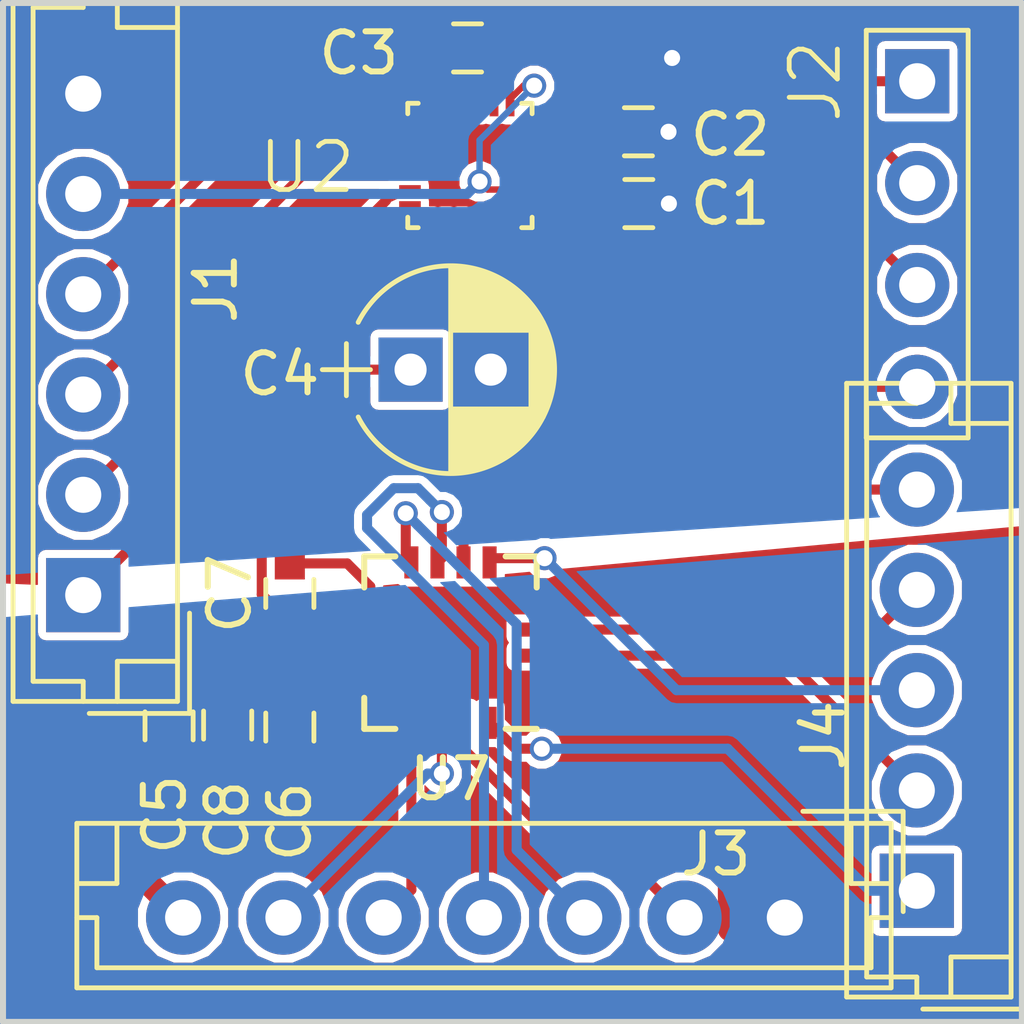
<source format=kicad_pcb>
(kicad_pcb (version 4) (host pcbnew 4.0.6)

  (general
    (links 48)
    (no_connects 1)
    (area 138.59 87.193999 173.640001 121.770001)
    (thickness 1.6)
    (drawings 8)
    (tracks 180)
    (zones 0)
    (modules 14)
    (nets 36)
  )

  (page A4)
  (layers
    (0 F.Cu signal hide)
    (31 B.Cu signal hide)
    (32 B.Adhes user hide)
    (33 F.Adhes user hide)
    (34 B.Paste user hide)
    (35 F.Paste user hide)
    (36 B.SilkS user hide)
    (37 F.SilkS user)
    (38 B.Mask user hide)
    (39 F.Mask user hide)
    (40 Dwgs.User user hide)
    (41 Cmts.User user hide)
    (42 Eco1.User user hide)
    (43 Eco2.User user hide)
    (44 Edge.Cuts user)
    (45 Margin user hide)
    (46 B.CrtYd user hide)
    (47 F.CrtYd user hide)
    (48 B.Fab user hide)
    (49 F.Fab user hide)
  )

  (setup
    (last_trace_width 0.25)
    (user_trace_width 0.16)
    (user_trace_width 0.2)
    (user_trace_width 0.3)
    (user_trace_width 0.4)
    (user_trace_width 0.5)
    (user_trace_width 0.6)
    (trace_clearance 0.2)
    (zone_clearance 0.01)
    (zone_45_only no)
    (trace_min 0.1524)
    (segment_width 0.2)
    (edge_width 0.15)
    (via_size 0.6)
    (via_drill 0.4)
    (via_min_size 0.4)
    (via_min_drill 0.3)
    (uvia_size 0.3)
    (uvia_drill 0.1)
    (uvias_allowed no)
    (uvia_min_size 0.2)
    (uvia_min_drill 0.1)
    (pcb_text_width 0.3)
    (pcb_text_size 1.5 1.5)
    (mod_edge_width 0.15)
    (mod_text_size 1 1)
    (mod_text_width 0.15)
    (pad_size 1.524 1.524)
    (pad_drill 0.762)
    (pad_to_mask_clearance 0.2)
    (aux_axis_origin 0 0)
    (visible_elements 7FFFFFFF)
    (pcbplotparams
      (layerselection 0x00030_80000001)
      (usegerberextensions false)
      (excludeedgelayer true)
      (linewidth 0.100000)
      (plotframeref false)
      (viasonmask false)
      (mode 1)
      (useauxorigin false)
      (hpglpennumber 1)
      (hpglpenspeed 20)
      (hpglpendiameter 15)
      (hpglpenoverlay 2)
      (psnegative false)
      (psa4output false)
      (plotreference true)
      (plotvalue true)
      (plotinvisibletext false)
      (padsonsilk false)
      (subtractmaskfromsilk false)
      (outputformat 1)
      (mirror false)
      (drillshape 1)
      (scaleselection 1)
      (outputdirectory ""))
  )

  (net 0 "")
  (net 1 VDD)
  (net 2 "Net-(C2-Pad1)")
  (net 3 "Net-(C4-Pad1)")
  (net 4 GNDA)
  (net 5 "Net-(C7-Pad2)")
  (net 6 "Net-(C8-Pad1)")
  (net 7 "Net-(J1-Pad1)")
  (net 8 "Net-(J1-Pad2)")
  (net 9 "Net-(J1-Pad3)")
  (net 10 "Net-(J1-Pad4)")
  (net 11 "Net-(J2-Pad1)")
  (net 12 "Net-(J2-Pad2)")
  (net 13 "Net-(J2-Pad3)")
  (net 14 "Net-(J2-Pad4)")
  (net 15 "Net-(J3-Pad2)")
  (net 16 "Net-(J3-Pad3)")
  (net 17 "Net-(J3-Pad4)")
  (net 18 "Net-(J3-Pad5)")
  (net 19 "Net-(J3-Pad6)")
  (net 20 "Net-(J4-Pad1)")
  (net 21 "Net-(J4-Pad2)")
  (net 22 "Net-(J4-Pad3)")
  (net 23 "Net-(J4-Pad4)")
  (net 24 "Net-(J4-Pad5)")
  (net 25 "Net-(U2-Pad1)")
  (net 26 "Net-(U2-Pad2)")
  (net 27 "Net-(U2-Pad3)")
  (net 28 "Net-(U2-Pad4)")
  (net 29 "Net-(U2-Pad5)")
  (net 30 "Net-(U2-Pad6)")
  (net 31 "Net-(U2-Pad14)")
  (net 32 "Net-(U2-Pad15)")
  (net 33 "Net-(U2-Pad16)")
  (net 34 "Net-(U2-Pad17)")
  (net 35 "Net-(U2-Pad19)")

  (net_class Default "This is the default net class."
    (clearance 0.2)
    (trace_width 0.25)
    (via_dia 0.6)
    (via_drill 0.4)
    (uvia_dia 0.3)
    (uvia_drill 0.1)
    (add_net GNDA)
    (add_net "Net-(C2-Pad1)")
    (add_net "Net-(C4-Pad1)")
    (add_net "Net-(C7-Pad2)")
    (add_net "Net-(C8-Pad1)")
    (add_net "Net-(J1-Pad1)")
    (add_net "Net-(J1-Pad2)")
    (add_net "Net-(J1-Pad3)")
    (add_net "Net-(J1-Pad4)")
    (add_net "Net-(J2-Pad1)")
    (add_net "Net-(J2-Pad2)")
    (add_net "Net-(J2-Pad3)")
    (add_net "Net-(J2-Pad4)")
    (add_net "Net-(J3-Pad2)")
    (add_net "Net-(J3-Pad3)")
    (add_net "Net-(J3-Pad4)")
    (add_net "Net-(J3-Pad5)")
    (add_net "Net-(J3-Pad6)")
    (add_net "Net-(J4-Pad1)")
    (add_net "Net-(J4-Pad2)")
    (add_net "Net-(J4-Pad3)")
    (add_net "Net-(J4-Pad4)")
    (add_net "Net-(J4-Pad5)")
    (add_net "Net-(U2-Pad1)")
    (add_net "Net-(U2-Pad14)")
    (add_net "Net-(U2-Pad15)")
    (add_net "Net-(U2-Pad16)")
    (add_net "Net-(U2-Pad17)")
    (add_net "Net-(U2-Pad19)")
    (add_net "Net-(U2-Pad2)")
    (add_net "Net-(U2-Pad3)")
    (add_net "Net-(U2-Pad4)")
    (add_net "Net-(U2-Pad5)")
    (add_net "Net-(U2-Pad6)")
    (add_net VDD)
  )

  (module Connectors_JST:JST_EH_B06B-EH-A_06x2.50mm_Straight (layer F.Cu) (tedit 58A3B0B5) (tstamp 5A23BA17)
    (at 144.43 107.57 90)
    (descr "JST EH series connector, B06B-EH-A, 2.50mm pitch, top entry")
    (tags "connector jst eh top vertical straight")
    (path /5A23E968)
    (fp_text reference J1 (at 7.65 3.3 90) (layer F.SilkS)
      (effects (font (size 1 1) (thickness 0.15)))
    )
    (fp_text value CONN_01X06 (at 6.25 3.5 90) (layer F.Fab)
      (effects (font (size 1 1) (thickness 0.15)))
    )
    (fp_text user %R (at 6.25 -3 90) (layer F.Fab)
      (effects (font (size 1 1) (thickness 0.15)))
    )
    (fp_line (start -2.5 -1.6) (end -2.5 2.2) (layer F.Fab) (width 0.1))
    (fp_line (start -2.5 2.2) (end 15 2.2) (layer F.Fab) (width 0.1))
    (fp_line (start 15 2.2) (end 15 -1.6) (layer F.Fab) (width 0.1))
    (fp_line (start 15 -1.6) (end -2.5 -1.6) (layer F.Fab) (width 0.1))
    (fp_line (start -2.65 -1.75) (end -2.65 2.35) (layer F.SilkS) (width 0.12))
    (fp_line (start -2.65 2.35) (end 15.15 2.35) (layer F.SilkS) (width 0.12))
    (fp_line (start 15.15 2.35) (end 15.15 -1.75) (layer F.SilkS) (width 0.12))
    (fp_line (start 15.15 -1.75) (end -2.65 -1.75) (layer F.SilkS) (width 0.12))
    (fp_line (start -2.65 0) (end -2.15 0) (layer F.SilkS) (width 0.12))
    (fp_line (start -2.15 0) (end -2.15 -1.25) (layer F.SilkS) (width 0.12))
    (fp_line (start -2.15 -1.25) (end 14.65 -1.25) (layer F.SilkS) (width 0.12))
    (fp_line (start 14.65 -1.25) (end 14.65 0) (layer F.SilkS) (width 0.12))
    (fp_line (start 14.65 0) (end 15.15 0) (layer F.SilkS) (width 0.12))
    (fp_line (start -2.65 0.85) (end -1.65 0.85) (layer F.SilkS) (width 0.12))
    (fp_line (start -1.65 0.85) (end -1.65 2.35) (layer F.SilkS) (width 0.12))
    (fp_line (start 15.15 0.85) (end 14.15 0.85) (layer F.SilkS) (width 0.12))
    (fp_line (start 14.15 0.85) (end 14.15 2.35) (layer F.SilkS) (width 0.12))
    (fp_line (start -2.95 0.15) (end -2.95 2.65) (layer F.SilkS) (width 0.12))
    (fp_line (start -2.95 2.65) (end -0.45 2.65) (layer F.SilkS) (width 0.12))
    (fp_line (start -2.95 0.15) (end -2.95 2.65) (layer F.Fab) (width 0.1))
    (fp_line (start -2.95 2.65) (end -0.45 2.65) (layer F.Fab) (width 0.1))
    (fp_line (start -3.15 -2.25) (end -3.15 2.85) (layer F.CrtYd) (width 0.05))
    (fp_line (start -3.15 2.85) (end 15.65 2.85) (layer F.CrtYd) (width 0.05))
    (fp_line (start 15.65 2.85) (end 15.65 -2.25) (layer F.CrtYd) (width 0.05))
    (fp_line (start 15.65 -2.25) (end -3.15 -2.25) (layer F.CrtYd) (width 0.05))
    (pad 1 thru_hole rect (at 0 0 90) (size 1.85 1.85) (drill 0.9) (layers *.Cu *.Mask)
      (net 7 "Net-(J1-Pad1)"))
    (pad 2 thru_hole circle (at 2.5 0 90) (size 1.85 1.85) (drill 0.9) (layers *.Cu *.Mask)
      (net 8 "Net-(J1-Pad2)"))
    (pad 3 thru_hole circle (at 5 0 90) (size 1.85 1.85) (drill 0.9) (layers *.Cu *.Mask)
      (net 9 "Net-(J1-Pad3)"))
    (pad 4 thru_hole circle (at 7.5 0 90) (size 1.85 1.85) (drill 0.9) (layers *.Cu *.Mask)
      (net 10 "Net-(J1-Pad4)"))
    (pad 5 thru_hole circle (at 10 0 90) (size 1.85 1.85) (drill 0.9) (layers *.Cu *.Mask)
      (net 1 VDD))
    (pad 6 thru_hole circle (at 12.5 0 90) (size 1.85 1.85) (drill 0.9) (layers *.Cu *.Mask)
      (net 4 GNDA))
    (model Connectors_JST.3dshapes/JST_EH_B06B-EH-A_06x2.50mm_Straight.wrl
      (at (xyz 0 0 0))
      (scale (xyz 1 1 1))
      (rotate (xyz 0 0 0))
    )
  )

  (module Capacitors_SMD:C_0603 (layer F.Cu) (tedit 59958EE7) (tstamp 5A23AE7F)
    (at 158.28 97.81)
    (descr "Capacitor SMD 0603, reflow soldering, AVX (see smccp.pdf)")
    (tags "capacitor 0603")
    (path /5A23A2AE)
    (attr smd)
    (fp_text reference C1 (at 2.28 0) (layer F.SilkS)
      (effects (font (size 1 1) (thickness 0.15)))
    )
    (fp_text value 10nF (at 0 1.5) (layer F.Fab)
      (effects (font (size 1 1) (thickness 0.15)))
    )
    (fp_line (start 1.4 0.65) (end -1.4 0.65) (layer F.CrtYd) (width 0.05))
    (fp_line (start 1.4 0.65) (end 1.4 -0.65) (layer F.CrtYd) (width 0.05))
    (fp_line (start -1.4 -0.65) (end -1.4 0.65) (layer F.CrtYd) (width 0.05))
    (fp_line (start -1.4 -0.65) (end 1.4 -0.65) (layer F.CrtYd) (width 0.05))
    (fp_line (start 0.35 0.6) (end -0.35 0.6) (layer F.SilkS) (width 0.12))
    (fp_line (start -0.35 -0.6) (end 0.35 -0.6) (layer F.SilkS) (width 0.12))
    (fp_line (start -0.8 -0.4) (end 0.8 -0.4) (layer F.Fab) (width 0.1))
    (fp_line (start 0.8 -0.4) (end 0.8 0.4) (layer F.Fab) (width 0.1))
    (fp_line (start 0.8 0.4) (end -0.8 0.4) (layer F.Fab) (width 0.1))
    (fp_line (start -0.8 0.4) (end -0.8 -0.4) (layer F.Fab) (width 0.1))
    (fp_text user %R (at 0 0) (layer F.Fab)
      (effects (font (size 0.3 0.3) (thickness 0.075)))
    )
    (pad 2 smd rect (at 0.75 0) (size 0.8 0.75) (layers F.Cu F.Paste F.Mask)
      (net 4 GNDA))
    (pad 1 smd rect (at -0.75 0) (size 0.8 0.75) (layers F.Cu F.Paste F.Mask)
      (net 1 VDD))
    (model Capacitors_SMD.3dshapes/C_0603.wrl
      (at (xyz 0 0 0))
      (scale (xyz 1 1 1))
      (rotate (xyz 0 0 0))
    )
  )

  (module Capacitors_SMD:C_0603 (layer F.Cu) (tedit 59958EE7) (tstamp 5A23AE85)
    (at 158.27 96.02)
    (descr "Capacitor SMD 0603, reflow soldering, AVX (see smccp.pdf)")
    (tags "capacitor 0603")
    (path /5A23A313)
    (attr smd)
    (fp_text reference C2 (at 2.29 0.07) (layer F.SilkS)
      (effects (font (size 1 1) (thickness 0.15)))
    )
    (fp_text value 0.1uF (at 0 1.5) (layer F.Fab)
      (effects (font (size 1 1) (thickness 0.15)))
    )
    (fp_line (start 1.4 0.65) (end -1.4 0.65) (layer F.CrtYd) (width 0.05))
    (fp_line (start 1.4 0.65) (end 1.4 -0.65) (layer F.CrtYd) (width 0.05))
    (fp_line (start -1.4 -0.65) (end -1.4 0.65) (layer F.CrtYd) (width 0.05))
    (fp_line (start -1.4 -0.65) (end 1.4 -0.65) (layer F.CrtYd) (width 0.05))
    (fp_line (start 0.35 0.6) (end -0.35 0.6) (layer F.SilkS) (width 0.12))
    (fp_line (start -0.35 -0.6) (end 0.35 -0.6) (layer F.SilkS) (width 0.12))
    (fp_line (start -0.8 -0.4) (end 0.8 -0.4) (layer F.Fab) (width 0.1))
    (fp_line (start 0.8 -0.4) (end 0.8 0.4) (layer F.Fab) (width 0.1))
    (fp_line (start 0.8 0.4) (end -0.8 0.4) (layer F.Fab) (width 0.1))
    (fp_line (start -0.8 0.4) (end -0.8 -0.4) (layer F.Fab) (width 0.1))
    (fp_text user %R (at 0 0) (layer F.Fab)
      (effects (font (size 0.3 0.3) (thickness 0.075)))
    )
    (pad 2 smd rect (at 0.75 0) (size 0.8 0.75) (layers F.Cu F.Paste F.Mask)
      (net 4 GNDA))
    (pad 1 smd rect (at -0.75 0) (size 0.8 0.75) (layers F.Cu F.Paste F.Mask)
      (net 2 "Net-(C2-Pad1)"))
    (model Capacitors_SMD.3dshapes/C_0603.wrl
      (at (xyz 0 0 0))
      (scale (xyz 1 1 1))
      (rotate (xyz 0 0 0))
    )
  )

  (module Capacitors_SMD:C_0603 (layer F.Cu) (tedit 59958EE7) (tstamp 5A23AE8B)
    (at 154.01 93.93 180)
    (descr "Capacitor SMD 0603, reflow soldering, AVX (see smccp.pdf)")
    (tags "capacitor 0603")
    (path /5A23A25D)
    (attr smd)
    (fp_text reference C3 (at 2.71 -0.13 180) (layer F.SilkS)
      (effects (font (size 1 1) (thickness 0.15)))
    )
    (fp_text value 0.1uF (at 0 1.5 180) (layer F.Fab)
      (effects (font (size 1 1) (thickness 0.15)))
    )
    (fp_line (start 1.4 0.65) (end -1.4 0.65) (layer F.CrtYd) (width 0.05))
    (fp_line (start 1.4 0.65) (end 1.4 -0.65) (layer F.CrtYd) (width 0.05))
    (fp_line (start -1.4 -0.65) (end -1.4 0.65) (layer F.CrtYd) (width 0.05))
    (fp_line (start -1.4 -0.65) (end 1.4 -0.65) (layer F.CrtYd) (width 0.05))
    (fp_line (start 0.35 0.6) (end -0.35 0.6) (layer F.SilkS) (width 0.12))
    (fp_line (start -0.35 -0.6) (end 0.35 -0.6) (layer F.SilkS) (width 0.12))
    (fp_line (start -0.8 -0.4) (end 0.8 -0.4) (layer F.Fab) (width 0.1))
    (fp_line (start 0.8 -0.4) (end 0.8 0.4) (layer F.Fab) (width 0.1))
    (fp_line (start 0.8 0.4) (end -0.8 0.4) (layer F.Fab) (width 0.1))
    (fp_line (start -0.8 0.4) (end -0.8 -0.4) (layer F.Fab) (width 0.1))
    (fp_text user %R (at 0 0 180) (layer F.Fab)
      (effects (font (size 0.3 0.3) (thickness 0.075)))
    )
    (pad 2 smd rect (at 0.75 0 180) (size 0.8 0.75) (layers F.Cu F.Paste F.Mask)
      (net 4 GNDA))
    (pad 1 smd rect (at -0.75 0 180) (size 0.8 0.75) (layers F.Cu F.Paste F.Mask)
      (net 1 VDD))
    (model Capacitors_SMD.3dshapes/C_0603.wrl
      (at (xyz 0 0 0))
      (scale (xyz 1 1 1))
      (rotate (xyz 0 0 0))
    )
  )

  (module Capacitors_THT:CP_Radial_D5.0mm_P2.00mm (layer F.Cu) (tedit 597BC7C2) (tstamp 5A23AE91)
    (at 152.59 101.95)
    (descr "CP, Radial series, Radial, pin pitch=2.00mm, , diameter=5mm, Electrolytic Capacitor")
    (tags "CP Radial series Radial pin pitch 2.00mm  diameter 5mm Electrolytic Capacitor")
    (path /5A23B238)
    (fp_text reference C4 (at -3.26 0.11) (layer F.SilkS)
      (effects (font (size 1 1) (thickness 0.15)))
    )
    (fp_text value C_Small (at 1 3.81) (layer F.Fab)
      (effects (font (size 1 1) (thickness 0.15)))
    )
    (fp_arc (start 1 0) (end -1.30558 -1.18) (angle 125.8) (layer F.SilkS) (width 0.12))
    (fp_arc (start 1 0) (end -1.30558 1.18) (angle -125.8) (layer F.SilkS) (width 0.12))
    (fp_arc (start 1 0) (end 3.30558 -1.18) (angle 54.2) (layer F.SilkS) (width 0.12))
    (fp_circle (center 1 0) (end 3.5 0) (layer F.Fab) (width 0.1))
    (fp_line (start -2.2 0) (end -1 0) (layer F.Fab) (width 0.1))
    (fp_line (start -1.6 -0.65) (end -1.6 0.65) (layer F.Fab) (width 0.1))
    (fp_line (start 1 -2.55) (end 1 2.55) (layer F.SilkS) (width 0.12))
    (fp_line (start 1.04 -2.55) (end 1.04 -0.98) (layer F.SilkS) (width 0.12))
    (fp_line (start 1.04 0.98) (end 1.04 2.55) (layer F.SilkS) (width 0.12))
    (fp_line (start 1.08 -2.549) (end 1.08 -0.98) (layer F.SilkS) (width 0.12))
    (fp_line (start 1.08 0.98) (end 1.08 2.549) (layer F.SilkS) (width 0.12))
    (fp_line (start 1.12 -2.548) (end 1.12 -0.98) (layer F.SilkS) (width 0.12))
    (fp_line (start 1.12 0.98) (end 1.12 2.548) (layer F.SilkS) (width 0.12))
    (fp_line (start 1.16 -2.546) (end 1.16 -0.98) (layer F.SilkS) (width 0.12))
    (fp_line (start 1.16 0.98) (end 1.16 2.546) (layer F.SilkS) (width 0.12))
    (fp_line (start 1.2 -2.543) (end 1.2 -0.98) (layer F.SilkS) (width 0.12))
    (fp_line (start 1.2 0.98) (end 1.2 2.543) (layer F.SilkS) (width 0.12))
    (fp_line (start 1.24 -2.539) (end 1.24 -0.98) (layer F.SilkS) (width 0.12))
    (fp_line (start 1.24 0.98) (end 1.24 2.539) (layer F.SilkS) (width 0.12))
    (fp_line (start 1.28 -2.535) (end 1.28 -0.98) (layer F.SilkS) (width 0.12))
    (fp_line (start 1.28 0.98) (end 1.28 2.535) (layer F.SilkS) (width 0.12))
    (fp_line (start 1.32 -2.531) (end 1.32 -0.98) (layer F.SilkS) (width 0.12))
    (fp_line (start 1.32 0.98) (end 1.32 2.531) (layer F.SilkS) (width 0.12))
    (fp_line (start 1.36 -2.525) (end 1.36 -0.98) (layer F.SilkS) (width 0.12))
    (fp_line (start 1.36 0.98) (end 1.36 2.525) (layer F.SilkS) (width 0.12))
    (fp_line (start 1.4 -2.519) (end 1.4 -0.98) (layer F.SilkS) (width 0.12))
    (fp_line (start 1.4 0.98) (end 1.4 2.519) (layer F.SilkS) (width 0.12))
    (fp_line (start 1.44 -2.513) (end 1.44 -0.98) (layer F.SilkS) (width 0.12))
    (fp_line (start 1.44 0.98) (end 1.44 2.513) (layer F.SilkS) (width 0.12))
    (fp_line (start 1.48 -2.506) (end 1.48 -0.98) (layer F.SilkS) (width 0.12))
    (fp_line (start 1.48 0.98) (end 1.48 2.506) (layer F.SilkS) (width 0.12))
    (fp_line (start 1.52 -2.498) (end 1.52 -0.98) (layer F.SilkS) (width 0.12))
    (fp_line (start 1.52 0.98) (end 1.52 2.498) (layer F.SilkS) (width 0.12))
    (fp_line (start 1.56 -2.489) (end 1.56 -0.98) (layer F.SilkS) (width 0.12))
    (fp_line (start 1.56 0.98) (end 1.56 2.489) (layer F.SilkS) (width 0.12))
    (fp_line (start 1.6 -2.48) (end 1.6 -0.98) (layer F.SilkS) (width 0.12))
    (fp_line (start 1.6 0.98) (end 1.6 2.48) (layer F.SilkS) (width 0.12))
    (fp_line (start 1.64 -2.47) (end 1.64 -0.98) (layer F.SilkS) (width 0.12))
    (fp_line (start 1.64 0.98) (end 1.64 2.47) (layer F.SilkS) (width 0.12))
    (fp_line (start 1.68 -2.46) (end 1.68 -0.98) (layer F.SilkS) (width 0.12))
    (fp_line (start 1.68 0.98) (end 1.68 2.46) (layer F.SilkS) (width 0.12))
    (fp_line (start 1.721 -2.448) (end 1.721 -0.98) (layer F.SilkS) (width 0.12))
    (fp_line (start 1.721 0.98) (end 1.721 2.448) (layer F.SilkS) (width 0.12))
    (fp_line (start 1.761 -2.436) (end 1.761 -0.98) (layer F.SilkS) (width 0.12))
    (fp_line (start 1.761 0.98) (end 1.761 2.436) (layer F.SilkS) (width 0.12))
    (fp_line (start 1.801 -2.424) (end 1.801 -0.98) (layer F.SilkS) (width 0.12))
    (fp_line (start 1.801 0.98) (end 1.801 2.424) (layer F.SilkS) (width 0.12))
    (fp_line (start 1.841 -2.41) (end 1.841 -0.98) (layer F.SilkS) (width 0.12))
    (fp_line (start 1.841 0.98) (end 1.841 2.41) (layer F.SilkS) (width 0.12))
    (fp_line (start 1.881 -2.396) (end 1.881 -0.98) (layer F.SilkS) (width 0.12))
    (fp_line (start 1.881 0.98) (end 1.881 2.396) (layer F.SilkS) (width 0.12))
    (fp_line (start 1.921 -2.382) (end 1.921 -0.98) (layer F.SilkS) (width 0.12))
    (fp_line (start 1.921 0.98) (end 1.921 2.382) (layer F.SilkS) (width 0.12))
    (fp_line (start 1.961 -2.366) (end 1.961 -0.98) (layer F.SilkS) (width 0.12))
    (fp_line (start 1.961 0.98) (end 1.961 2.366) (layer F.SilkS) (width 0.12))
    (fp_line (start 2.001 -2.35) (end 2.001 -0.98) (layer F.SilkS) (width 0.12))
    (fp_line (start 2.001 0.98) (end 2.001 2.35) (layer F.SilkS) (width 0.12))
    (fp_line (start 2.041 -2.333) (end 2.041 -0.98) (layer F.SilkS) (width 0.12))
    (fp_line (start 2.041 0.98) (end 2.041 2.333) (layer F.SilkS) (width 0.12))
    (fp_line (start 2.081 -2.315) (end 2.081 -0.98) (layer F.SilkS) (width 0.12))
    (fp_line (start 2.081 0.98) (end 2.081 2.315) (layer F.SilkS) (width 0.12))
    (fp_line (start 2.121 -2.296) (end 2.121 -0.98) (layer F.SilkS) (width 0.12))
    (fp_line (start 2.121 0.98) (end 2.121 2.296) (layer F.SilkS) (width 0.12))
    (fp_line (start 2.161 -2.276) (end 2.161 -0.98) (layer F.SilkS) (width 0.12))
    (fp_line (start 2.161 0.98) (end 2.161 2.276) (layer F.SilkS) (width 0.12))
    (fp_line (start 2.201 -2.256) (end 2.201 -0.98) (layer F.SilkS) (width 0.12))
    (fp_line (start 2.201 0.98) (end 2.201 2.256) (layer F.SilkS) (width 0.12))
    (fp_line (start 2.241 -2.234) (end 2.241 -0.98) (layer F.SilkS) (width 0.12))
    (fp_line (start 2.241 0.98) (end 2.241 2.234) (layer F.SilkS) (width 0.12))
    (fp_line (start 2.281 -2.212) (end 2.281 -0.98) (layer F.SilkS) (width 0.12))
    (fp_line (start 2.281 0.98) (end 2.281 2.212) (layer F.SilkS) (width 0.12))
    (fp_line (start 2.321 -2.189) (end 2.321 -0.98) (layer F.SilkS) (width 0.12))
    (fp_line (start 2.321 0.98) (end 2.321 2.189) (layer F.SilkS) (width 0.12))
    (fp_line (start 2.361 -2.165) (end 2.361 -0.98) (layer F.SilkS) (width 0.12))
    (fp_line (start 2.361 0.98) (end 2.361 2.165) (layer F.SilkS) (width 0.12))
    (fp_line (start 2.401 -2.14) (end 2.401 -0.98) (layer F.SilkS) (width 0.12))
    (fp_line (start 2.401 0.98) (end 2.401 2.14) (layer F.SilkS) (width 0.12))
    (fp_line (start 2.441 -2.113) (end 2.441 -0.98) (layer F.SilkS) (width 0.12))
    (fp_line (start 2.441 0.98) (end 2.441 2.113) (layer F.SilkS) (width 0.12))
    (fp_line (start 2.481 -2.086) (end 2.481 -0.98) (layer F.SilkS) (width 0.12))
    (fp_line (start 2.481 0.98) (end 2.481 2.086) (layer F.SilkS) (width 0.12))
    (fp_line (start 2.521 -2.058) (end 2.521 -0.98) (layer F.SilkS) (width 0.12))
    (fp_line (start 2.521 0.98) (end 2.521 2.058) (layer F.SilkS) (width 0.12))
    (fp_line (start 2.561 -2.028) (end 2.561 -0.98) (layer F.SilkS) (width 0.12))
    (fp_line (start 2.561 0.98) (end 2.561 2.028) (layer F.SilkS) (width 0.12))
    (fp_line (start 2.601 -1.997) (end 2.601 -0.98) (layer F.SilkS) (width 0.12))
    (fp_line (start 2.601 0.98) (end 2.601 1.997) (layer F.SilkS) (width 0.12))
    (fp_line (start 2.641 -1.965) (end 2.641 -0.98) (layer F.SilkS) (width 0.12))
    (fp_line (start 2.641 0.98) (end 2.641 1.965) (layer F.SilkS) (width 0.12))
    (fp_line (start 2.681 -1.932) (end 2.681 -0.98) (layer F.SilkS) (width 0.12))
    (fp_line (start 2.681 0.98) (end 2.681 1.932) (layer F.SilkS) (width 0.12))
    (fp_line (start 2.721 -1.897) (end 2.721 -0.98) (layer F.SilkS) (width 0.12))
    (fp_line (start 2.721 0.98) (end 2.721 1.897) (layer F.SilkS) (width 0.12))
    (fp_line (start 2.761 -1.861) (end 2.761 -0.98) (layer F.SilkS) (width 0.12))
    (fp_line (start 2.761 0.98) (end 2.761 1.861) (layer F.SilkS) (width 0.12))
    (fp_line (start 2.801 -1.823) (end 2.801 -0.98) (layer F.SilkS) (width 0.12))
    (fp_line (start 2.801 0.98) (end 2.801 1.823) (layer F.SilkS) (width 0.12))
    (fp_line (start 2.841 -1.783) (end 2.841 -0.98) (layer F.SilkS) (width 0.12))
    (fp_line (start 2.841 0.98) (end 2.841 1.783) (layer F.SilkS) (width 0.12))
    (fp_line (start 2.881 -1.742) (end 2.881 -0.98) (layer F.SilkS) (width 0.12))
    (fp_line (start 2.881 0.98) (end 2.881 1.742) (layer F.SilkS) (width 0.12))
    (fp_line (start 2.921 -1.699) (end 2.921 -0.98) (layer F.SilkS) (width 0.12))
    (fp_line (start 2.921 0.98) (end 2.921 1.699) (layer F.SilkS) (width 0.12))
    (fp_line (start 2.961 -1.654) (end 2.961 -0.98) (layer F.SilkS) (width 0.12))
    (fp_line (start 2.961 0.98) (end 2.961 1.654) (layer F.SilkS) (width 0.12))
    (fp_line (start 3.001 -1.606) (end 3.001 1.606) (layer F.SilkS) (width 0.12))
    (fp_line (start 3.041 -1.556) (end 3.041 1.556) (layer F.SilkS) (width 0.12))
    (fp_line (start 3.081 -1.504) (end 3.081 1.504) (layer F.SilkS) (width 0.12))
    (fp_line (start 3.121 -1.448) (end 3.121 1.448) (layer F.SilkS) (width 0.12))
    (fp_line (start 3.161 -1.39) (end 3.161 1.39) (layer F.SilkS) (width 0.12))
    (fp_line (start 3.201 -1.327) (end 3.201 1.327) (layer F.SilkS) (width 0.12))
    (fp_line (start 3.241 -1.261) (end 3.241 1.261) (layer F.SilkS) (width 0.12))
    (fp_line (start 3.281 -1.189) (end 3.281 1.189) (layer F.SilkS) (width 0.12))
    (fp_line (start 3.321 -1.112) (end 3.321 1.112) (layer F.SilkS) (width 0.12))
    (fp_line (start 3.361 -1.028) (end 3.361 1.028) (layer F.SilkS) (width 0.12))
    (fp_line (start 3.401 -0.934) (end 3.401 0.934) (layer F.SilkS) (width 0.12))
    (fp_line (start 3.441 -0.829) (end 3.441 0.829) (layer F.SilkS) (width 0.12))
    (fp_line (start 3.481 -0.707) (end 3.481 0.707) (layer F.SilkS) (width 0.12))
    (fp_line (start 3.521 -0.559) (end 3.521 0.559) (layer F.SilkS) (width 0.12))
    (fp_line (start 3.561 -0.354) (end 3.561 0.354) (layer F.SilkS) (width 0.12))
    (fp_line (start -2.2 0) (end -1 0) (layer F.SilkS) (width 0.12))
    (fp_line (start -1.6 -0.65) (end -1.6 0.65) (layer F.SilkS) (width 0.12))
    (fp_line (start -1.85 -2.85) (end -1.85 2.85) (layer F.CrtYd) (width 0.05))
    (fp_line (start -1.85 2.85) (end 3.85 2.85) (layer F.CrtYd) (width 0.05))
    (fp_line (start 3.85 2.85) (end 3.85 -2.85) (layer F.CrtYd) (width 0.05))
    (fp_line (start 3.85 -2.85) (end -1.85 -2.85) (layer F.CrtYd) (width 0.05))
    (fp_text user %R (at 1 0) (layer F.Fab)
      (effects (font (size 1 1) (thickness 0.15)))
    )
    (pad 1 thru_hole rect (at 0 0) (size 1.6 1.6) (drill 0.8) (layers *.Cu *.Mask)
      (net 3 "Net-(C4-Pad1)"))
    (pad 2 thru_hole circle (at 2 0) (size 1.6 1.6) (drill 0.8) (layers *.Cu *.Mask)
      (net 4 GNDA))
    (model ${KISYS3DMOD}/Capacitors_THT.3dshapes/CP_Radial_D5.0mm_P2.00mm.wrl
      (at (xyz 0 0 0))
      (scale (xyz 1 1 1))
      (rotate (xyz 0 0 0))
    )
  )

  (module Capacitors_SMD:C_0603 (layer F.Cu) (tedit 59958EE7) (tstamp 5A23AE97)
    (at 146.57 110.83 270)
    (descr "Capacitor SMD 0603, reflow soldering, AVX (see smccp.pdf)")
    (tags "capacitor 0603")
    (path /5A23B375)
    (attr smd)
    (fp_text reference C5 (at 2.21 0.11 270) (layer F.SilkS)
      (effects (font (size 1 1) (thickness 0.15)))
    )
    (fp_text value C (at 0 1.5 270) (layer F.Fab)
      (effects (font (size 1 1) (thickness 0.15)))
    )
    (fp_line (start 1.4 0.65) (end -1.4 0.65) (layer F.CrtYd) (width 0.05))
    (fp_line (start 1.4 0.65) (end 1.4 -0.65) (layer F.CrtYd) (width 0.05))
    (fp_line (start -1.4 -0.65) (end -1.4 0.65) (layer F.CrtYd) (width 0.05))
    (fp_line (start -1.4 -0.65) (end 1.4 -0.65) (layer F.CrtYd) (width 0.05))
    (fp_line (start 0.35 0.6) (end -0.35 0.6) (layer F.SilkS) (width 0.12))
    (fp_line (start -0.35 -0.6) (end 0.35 -0.6) (layer F.SilkS) (width 0.12))
    (fp_line (start -0.8 -0.4) (end 0.8 -0.4) (layer F.Fab) (width 0.1))
    (fp_line (start 0.8 -0.4) (end 0.8 0.4) (layer F.Fab) (width 0.1))
    (fp_line (start 0.8 0.4) (end -0.8 0.4) (layer F.Fab) (width 0.1))
    (fp_line (start -0.8 0.4) (end -0.8 -0.4) (layer F.Fab) (width 0.1))
    (fp_text user %R (at 0 0 270) (layer F.Fab)
      (effects (font (size 0.3 0.3) (thickness 0.075)))
    )
    (pad 2 smd rect (at 0.75 0 270) (size 0.8 0.75) (layers F.Cu F.Paste F.Mask)
      (net 4 GNDA))
    (pad 1 smd rect (at -0.75 0 270) (size 0.8 0.75) (layers F.Cu F.Paste F.Mask)
      (net 3 "Net-(C4-Pad1)"))
    (model Capacitors_SMD.3dshapes/C_0603.wrl
      (at (xyz 0 0 0))
      (scale (xyz 1 1 1))
      (rotate (xyz 0 0 0))
    )
  )

  (module Capacitors_SMD:C_0603 (layer F.Cu) (tedit 59958EE7) (tstamp 5A23AE9D)
    (at 148.03 110.81 270)
    (descr "Capacitor SMD 0603, reflow soldering, AVX (see smccp.pdf)")
    (tags "capacitor 0603")
    (path /5A23B3C9)
    (attr smd)
    (fp_text reference C6 (at 2.41 -1.55 270) (layer F.SilkS)
      (effects (font (size 1 1) (thickness 0.15)))
    )
    (fp_text value C (at 0 1.5 270) (layer F.Fab)
      (effects (font (size 1 1) (thickness 0.15)))
    )
    (fp_line (start 1.4 0.65) (end -1.4 0.65) (layer F.CrtYd) (width 0.05))
    (fp_line (start 1.4 0.65) (end 1.4 -0.65) (layer F.CrtYd) (width 0.05))
    (fp_line (start -1.4 -0.65) (end -1.4 0.65) (layer F.CrtYd) (width 0.05))
    (fp_line (start -1.4 -0.65) (end 1.4 -0.65) (layer F.CrtYd) (width 0.05))
    (fp_line (start 0.35 0.6) (end -0.35 0.6) (layer F.SilkS) (width 0.12))
    (fp_line (start -0.35 -0.6) (end 0.35 -0.6) (layer F.SilkS) (width 0.12))
    (fp_line (start -0.8 -0.4) (end 0.8 -0.4) (layer F.Fab) (width 0.1))
    (fp_line (start 0.8 -0.4) (end 0.8 0.4) (layer F.Fab) (width 0.1))
    (fp_line (start 0.8 0.4) (end -0.8 0.4) (layer F.Fab) (width 0.1))
    (fp_line (start -0.8 0.4) (end -0.8 -0.4) (layer F.Fab) (width 0.1))
    (fp_text user %R (at 0 0 270) (layer F.Fab)
      (effects (font (size 0.3 0.3) (thickness 0.075)))
    )
    (pad 2 smd rect (at 0.75 0 270) (size 0.8 0.75) (layers F.Cu F.Paste F.Mask)
      (net 4 GNDA))
    (pad 1 smd rect (at -0.75 0 270) (size 0.8 0.75) (layers F.Cu F.Paste F.Mask)
      (net 3 "Net-(C4-Pad1)"))
    (model Capacitors_SMD.3dshapes/C_0603.wrl
      (at (xyz 0 0 0))
      (scale (xyz 1 1 1))
      (rotate (xyz 0 0 0))
    )
  )

  (module Capacitors_SMD:C_0603 (layer F.Cu) (tedit 59958EE7) (tstamp 5A23AEA3)
    (at 149.58 107.53 90)
    (descr "Capacitor SMD 0603, reflow soldering, AVX (see smccp.pdf)")
    (tags "capacitor 0603")
    (path /5A23B6EF)
    (attr smd)
    (fp_text reference C7 (at 0 -1.5 90) (layer F.SilkS)
      (effects (font (size 1 1) (thickness 0.15)))
    )
    (fp_text value C (at 0 1.5 90) (layer F.Fab)
      (effects (font (size 1 1) (thickness 0.15)))
    )
    (fp_line (start 1.4 0.65) (end -1.4 0.65) (layer F.CrtYd) (width 0.05))
    (fp_line (start 1.4 0.65) (end 1.4 -0.65) (layer F.CrtYd) (width 0.05))
    (fp_line (start -1.4 -0.65) (end -1.4 0.65) (layer F.CrtYd) (width 0.05))
    (fp_line (start -1.4 -0.65) (end 1.4 -0.65) (layer F.CrtYd) (width 0.05))
    (fp_line (start 0.35 0.6) (end -0.35 0.6) (layer F.SilkS) (width 0.12))
    (fp_line (start -0.35 -0.6) (end 0.35 -0.6) (layer F.SilkS) (width 0.12))
    (fp_line (start -0.8 -0.4) (end 0.8 -0.4) (layer F.Fab) (width 0.1))
    (fp_line (start 0.8 -0.4) (end 0.8 0.4) (layer F.Fab) (width 0.1))
    (fp_line (start 0.8 0.4) (end -0.8 0.4) (layer F.Fab) (width 0.1))
    (fp_line (start -0.8 0.4) (end -0.8 -0.4) (layer F.Fab) (width 0.1))
    (fp_text user %R (at 0 0 90) (layer F.Fab)
      (effects (font (size 0.3 0.3) (thickness 0.075)))
    )
    (pad 2 smd rect (at 0.75 0 90) (size 0.8 0.75) (layers F.Cu F.Paste F.Mask)
      (net 5 "Net-(C7-Pad2)"))
    (pad 1 smd rect (at -0.75 0 90) (size 0.8 0.75) (layers F.Cu F.Paste F.Mask)
      (net 3 "Net-(C4-Pad1)"))
    (model Capacitors_SMD.3dshapes/C_0603.wrl
      (at (xyz 0 0 0))
      (scale (xyz 1 1 1))
      (rotate (xyz 0 0 0))
    )
  )

  (module Capacitors_SMD:C_0603 (layer F.Cu) (tedit 59958EE7) (tstamp 5A23AEA9)
    (at 149.58 110.86 90)
    (descr "Capacitor SMD 0603, reflow soldering, AVX (see smccp.pdf)")
    (tags "capacitor 0603")
    (path /5A23BB31)
    (attr smd)
    (fp_text reference C8 (at -2.32 -1.56 90) (layer F.SilkS)
      (effects (font (size 1 1) (thickness 0.15)))
    )
    (fp_text value C (at 0 1.5 90) (layer F.Fab)
      (effects (font (size 1 1) (thickness 0.15)))
    )
    (fp_line (start 1.4 0.65) (end -1.4 0.65) (layer F.CrtYd) (width 0.05))
    (fp_line (start 1.4 0.65) (end 1.4 -0.65) (layer F.CrtYd) (width 0.05))
    (fp_line (start -1.4 -0.65) (end -1.4 0.65) (layer F.CrtYd) (width 0.05))
    (fp_line (start -1.4 -0.65) (end 1.4 -0.65) (layer F.CrtYd) (width 0.05))
    (fp_line (start 0.35 0.6) (end -0.35 0.6) (layer F.SilkS) (width 0.12))
    (fp_line (start -0.35 -0.6) (end 0.35 -0.6) (layer F.SilkS) (width 0.12))
    (fp_line (start -0.8 -0.4) (end 0.8 -0.4) (layer F.Fab) (width 0.1))
    (fp_line (start 0.8 -0.4) (end 0.8 0.4) (layer F.Fab) (width 0.1))
    (fp_line (start 0.8 0.4) (end -0.8 0.4) (layer F.Fab) (width 0.1))
    (fp_line (start -0.8 0.4) (end -0.8 -0.4) (layer F.Fab) (width 0.1))
    (fp_text user %R (at -0.055001 0.025 90) (layer F.Fab)
      (effects (font (size 0.3 0.3) (thickness 0.075)))
    )
    (pad 2 smd rect (at 0.75 0 90) (size 0.8 0.75) (layers F.Cu F.Paste F.Mask)
      (net 4 GNDA))
    (pad 1 smd rect (at -0.75 0 90) (size 0.8 0.75) (layers F.Cu F.Paste F.Mask)
      (net 6 "Net-(C8-Pad1)"))
    (model Capacitors_SMD.3dshapes/C_0603.wrl
      (at (xyz 0 0 0))
      (scale (xyz 1 1 1))
      (rotate (xyz 0 0 0))
    )
  )

  (module 1_PJC:HDRV4W25P254_4X1_1016X254H1135 (layer F.Cu) (tedit 5A23BCB2) (tstamp 5A23AEBB)
    (at 165.22 94.76 270)
    (descr "Header, Vertical, 2.54 mm pitch; 0.25 mm lead width, 4 pins, 1 row, 4 pins per row, 10.16 mm L X 2.54 mm W X 11.35 mm H body")
    (path /5A23A841)
    (fp_text reference J2 (at 0 2.54 270) (layer F.SilkS)
      (effects (font (size 1.2 1.2) (thickness 0.12)))
    )
    (fp_text value CONN_01X04 (at 0 -2.54 270) (layer F.SilkS) hide
      (effects (font (thickness 0.15)))
    )
    (fp_line (start -1.27 1.27) (end -1.27 -1.27) (layer F.SilkS) (width 0.12))
    (fp_line (start -1.27 -1.27) (end 8.89 -1.27) (layer F.SilkS) (width 0.12))
    (fp_line (start 8.89 -1.27) (end 8.89 1.27) (layer F.SilkS) (width 0.12))
    (fp_line (start 8.89 1.27) (end -1.27 1.27) (layer F.SilkS) (width 0.12))
    (fp_line (start -1.52 1.52) (end -1.52 -1.52) (layer F.CrtYd) (width 0.05))
    (fp_line (start -1.52 -1.52) (end 9.14 -1.52) (layer F.CrtYd) (width 0.05))
    (fp_line (start 9.14 -1.52) (end 9.14 1.52) (layer F.CrtYd) (width 0.05))
    (fp_line (start 9.14 1.52) (end -1.52 1.52) (layer F.CrtYd) (width 0.05))
    (fp_circle (center 0 0) (end 0 0.25) (layer F.CrtYd) (width 0.05))
    (fp_line (start 0.35 0) (end -0.35 0) (layer F.CrtYd) (width 0.05))
    (fp_line (start 0 -0.35) (end 0 0.35) (layer F.CrtYd) (width 0.05))
    (fp_line (start -1.27 1.27) (end -1.27 -1.27) (layer F.Fab) (width 0.12))
    (fp_line (start -1.27 -1.27) (end 8.89 -1.27) (layer F.Fab) (width 0.12))
    (fp_line (start 8.89 -1.27) (end 8.89 1.27) (layer F.Fab) (width 0.12))
    (fp_line (start 8.89 1.27) (end -1.27 1.27) (layer F.Fab) (width 0.12))
    (pad 1 thru_hole rect (at 0 0 270) (size 1.6 1.6) (drill 0.9) (layers *.Cu *.Mask)
      (net 11 "Net-(J2-Pad1)"))
    (pad 2 thru_hole circle (at 2.54 0 270) (size 1.6 1.6) (drill 0.9) (layers *.Cu *.Mask)
      (net 12 "Net-(J2-Pad2)"))
    (pad 3 thru_hole circle (at 5.08 0 270) (size 1.6 1.6) (drill 0.9) (layers *.Cu *.Mask)
      (net 13 "Net-(J2-Pad3)"))
    (pad 4 thru_hole circle (at 7.62 0 270) (size 1.6 1.6) (drill 0.9) (layers *.Cu *.Mask)
      (net 14 "Net-(J2-Pad4)"))
    (pad 4 thru_hole circle (at 7.62 0 270) (size 1.6 1.6) (drill 0.9) (layers *.Cu *.Mask)
      (net 14 "Net-(J2-Pad4)"))
    (model 1_PJC-Sandbox.3dshapes/HDRV4W25P254_4X1_1016X254H1135.wrl
      (at (xyz 0 0 0))
      (scale (xyz 1 1 1))
      (rotate (xyz 0 0 0))
    )
  )

  (module Connectors_JST:JST_EH_B07B-EH-A_07x2.50mm_Straight (layer F.Cu) (tedit 58A3B0B5) (tstamp 5A23AEC6)
    (at 161.92 115.61 180)
    (descr "JST EH series connector, B07B-EH-A, 2.50mm pitch, top entry")
    (tags "connector jst eh top vertical straight")
    (path /5A23C74F)
    (fp_text reference J3 (at 1.72 1.58 180) (layer F.SilkS)
      (effects (font (size 1 1) (thickness 0.15)))
    )
    (fp_text value CONN_01X07 (at 7.5 3.5 180) (layer F.Fab)
      (effects (font (size 1 1) (thickness 0.15)))
    )
    (fp_text user %R (at 7.5 -3 180) (layer F.Fab)
      (effects (font (size 1 1) (thickness 0.15)))
    )
    (fp_line (start -2.5 -1.6) (end -2.5 2.2) (layer F.Fab) (width 0.1))
    (fp_line (start -2.5 2.2) (end 17.5 2.2) (layer F.Fab) (width 0.1))
    (fp_line (start 17.5 2.2) (end 17.5 -1.6) (layer F.Fab) (width 0.1))
    (fp_line (start 17.5 -1.6) (end -2.5 -1.6) (layer F.Fab) (width 0.1))
    (fp_line (start -2.65 -1.75) (end -2.65 2.35) (layer F.SilkS) (width 0.12))
    (fp_line (start -2.65 2.35) (end 17.65 2.35) (layer F.SilkS) (width 0.12))
    (fp_line (start 17.65 2.35) (end 17.65 -1.75) (layer F.SilkS) (width 0.12))
    (fp_line (start 17.65 -1.75) (end -2.65 -1.75) (layer F.SilkS) (width 0.12))
    (fp_line (start -2.65 0) (end -2.15 0) (layer F.SilkS) (width 0.12))
    (fp_line (start -2.15 0) (end -2.15 -1.25) (layer F.SilkS) (width 0.12))
    (fp_line (start -2.15 -1.25) (end 17.15 -1.25) (layer F.SilkS) (width 0.12))
    (fp_line (start 17.15 -1.25) (end 17.15 0) (layer F.SilkS) (width 0.12))
    (fp_line (start 17.15 0) (end 17.65 0) (layer F.SilkS) (width 0.12))
    (fp_line (start -2.65 0.85) (end -1.65 0.85) (layer F.SilkS) (width 0.12))
    (fp_line (start -1.65 0.85) (end -1.65 2.35) (layer F.SilkS) (width 0.12))
    (fp_line (start 17.65 0.85) (end 16.65 0.85) (layer F.SilkS) (width 0.12))
    (fp_line (start 16.65 0.85) (end 16.65 2.35) (layer F.SilkS) (width 0.12))
    (fp_line (start -2.95 0.15) (end -2.95 2.65) (layer F.SilkS) (width 0.12))
    (fp_line (start -2.95 2.65) (end -0.45 2.65) (layer F.SilkS) (width 0.12))
    (fp_line (start -2.95 0.15) (end -2.95 2.65) (layer F.Fab) (width 0.1))
    (fp_line (start -2.95 2.65) (end -0.45 2.65) (layer F.Fab) (width 0.1))
    (fp_line (start -3.15 -2.25) (end -3.15 2.85) (layer F.CrtYd) (width 0.05))
    (fp_line (start -3.15 2.85) (end 18.15 2.85) (layer F.CrtYd) (width 0.05))
    (fp_line (start 18.15 2.85) (end 18.15 -2.25) (layer F.CrtYd) (width 0.05))
    (fp_line (start 18.15 -2.25) (end -3.15 -2.25) (layer F.CrtYd) (width 0.05))
    (pad 1 thru_hole rect (at 0 0 180) (size 1.85 1.85) (drill 0.9) (layers *.Cu *.Mask)
      (net 4 GNDA))
    (pad 2 thru_hole circle (at 2.5 0 180) (size 1.85 1.85) (drill 0.9) (layers *.Cu *.Mask)
      (net 15 "Net-(J3-Pad2)"))
    (pad 3 thru_hole circle (at 5 0 180) (size 1.85 1.85) (drill 0.9) (layers *.Cu *.Mask)
      (net 16 "Net-(J3-Pad3)"))
    (pad 4 thru_hole circle (at 7.5 0 180) (size 1.85 1.85) (drill 0.9) (layers *.Cu *.Mask)
      (net 17 "Net-(J3-Pad4)"))
    (pad 5 thru_hole circle (at 10 0 180) (size 1.85 1.85) (drill 0.9) (layers *.Cu *.Mask)
      (net 18 "Net-(J3-Pad5)"))
    (pad 6 thru_hole circle (at 12.5 0 180) (size 1.85 1.85) (drill 0.9) (layers *.Cu *.Mask)
      (net 19 "Net-(J3-Pad6)"))
    (pad 7 thru_hole circle (at 15 0 180) (size 1.85 1.85) (drill 0.9) (layers *.Cu *.Mask)
      (net 3 "Net-(C4-Pad1)"))
    (model Connectors_JST.3dshapes/JST_EH_B07B-EH-A_07x2.50mm_Straight.wrl
      (at (xyz 0 0 0))
      (scale (xyz 1 1 1))
      (rotate (xyz 0 0 0))
    )
  )

  (module Connectors_JST:JST_EH_B05B-EH-A_05x2.50mm_Straight (layer F.Cu) (tedit 58A3B0B5) (tstamp 5A23AECF)
    (at 165.21 114.94 90)
    (descr "JST EH series connector, B05B-EH-A, 2.50mm pitch, top entry")
    (tags "connector jst eh top vertical straight")
    (path /5A23D191)
    (fp_text reference J4 (at 3.87 -2.33 90) (layer F.SilkS)
      (effects (font (size 1 1) (thickness 0.15)))
    )
    (fp_text value CONN_01X05 (at 5 3.5 90) (layer F.Fab)
      (effects (font (size 1 1) (thickness 0.15)))
    )
    (fp_text user %R (at 5 -3 90) (layer F.Fab)
      (effects (font (size 1 1) (thickness 0.15)))
    )
    (fp_line (start -2.5 -1.6) (end -2.5 2.2) (layer F.Fab) (width 0.1))
    (fp_line (start -2.5 2.2) (end 12.5 2.2) (layer F.Fab) (width 0.1))
    (fp_line (start 12.5 2.2) (end 12.5 -1.6) (layer F.Fab) (width 0.1))
    (fp_line (start 12.5 -1.6) (end -2.5 -1.6) (layer F.Fab) (width 0.1))
    (fp_line (start -2.65 -1.75) (end -2.65 2.35) (layer F.SilkS) (width 0.12))
    (fp_line (start -2.65 2.35) (end 12.65 2.35) (layer F.SilkS) (width 0.12))
    (fp_line (start 12.65 2.35) (end 12.65 -1.75) (layer F.SilkS) (width 0.12))
    (fp_line (start 12.65 -1.75) (end -2.65 -1.75) (layer F.SilkS) (width 0.12))
    (fp_line (start -2.65 0) (end -2.15 0) (layer F.SilkS) (width 0.12))
    (fp_line (start -2.15 0) (end -2.15 -1.25) (layer F.SilkS) (width 0.12))
    (fp_line (start -2.15 -1.25) (end 12.15 -1.25) (layer F.SilkS) (width 0.12))
    (fp_line (start 12.15 -1.25) (end 12.15 0) (layer F.SilkS) (width 0.12))
    (fp_line (start 12.15 0) (end 12.65 0) (layer F.SilkS) (width 0.12))
    (fp_line (start -2.65 0.85) (end -1.65 0.85) (layer F.SilkS) (width 0.12))
    (fp_line (start -1.65 0.85) (end -1.65 2.35) (layer F.SilkS) (width 0.12))
    (fp_line (start 12.65 0.85) (end 11.65 0.85) (layer F.SilkS) (width 0.12))
    (fp_line (start 11.65 0.85) (end 11.65 2.35) (layer F.SilkS) (width 0.12))
    (fp_line (start -2.95 0.15) (end -2.95 2.65) (layer F.SilkS) (width 0.12))
    (fp_line (start -2.95 2.65) (end -0.45 2.65) (layer F.SilkS) (width 0.12))
    (fp_line (start -2.95 0.15) (end -2.95 2.65) (layer F.Fab) (width 0.1))
    (fp_line (start -2.95 2.65) (end -0.45 2.65) (layer F.Fab) (width 0.1))
    (fp_line (start -3.15 -2.25) (end -3.15 2.85) (layer F.CrtYd) (width 0.05))
    (fp_line (start -3.15 2.85) (end 13.15 2.85) (layer F.CrtYd) (width 0.05))
    (fp_line (start 13.15 2.85) (end 13.15 -2.25) (layer F.CrtYd) (width 0.05))
    (fp_line (start 13.15 -2.25) (end -3.15 -2.25) (layer F.CrtYd) (width 0.05))
    (pad 1 thru_hole rect (at 0 0 90) (size 1.85 1.85) (drill 0.9) (layers *.Cu *.Mask)
      (net 20 "Net-(J4-Pad1)"))
    (pad 2 thru_hole circle (at 2.5 0 90) (size 1.85 1.85) (drill 0.9) (layers *.Cu *.Mask)
      (net 21 "Net-(J4-Pad2)"))
    (pad 3 thru_hole circle (at 5 0 90) (size 1.85 1.85) (drill 0.9) (layers *.Cu *.Mask)
      (net 22 "Net-(J4-Pad3)"))
    (pad 4 thru_hole circle (at 7.5 0 90) (size 1.85 1.85) (drill 0.9) (layers *.Cu *.Mask)
      (net 23 "Net-(J4-Pad4)"))
    (pad 5 thru_hole circle (at 10 0 90) (size 1.85 1.85) (drill 0.9) (layers *.Cu *.Mask)
      (net 24 "Net-(J4-Pad5)"))
    (model Connectors_JST.3dshapes/JST_EH_B05B-EH-A_05x2.50mm_Straight.wrl
      (at (xyz 0 0 0))
      (scale (xyz 1 1 1))
      (rotate (xyz 0 0 0))
    )
  )

  (module micromouse:MPU-6500 (layer F.Cu) (tedit 5A23BC80) (tstamp 5A23AEEB)
    (at 154.07 96.86)
    (descr "Quad Flat No-Lead (QFN), 0.40 mm pitch; square, 6 pin X 6 pin, 3.00 mm L X 3.00 mm W X 0.95 mm H body")
    (path /5A239E1E)
    (attr smd)
    (fp_text reference U2 (at -4.06 0.05) (layer F.SilkS)
      (effects (font (size 1.2 1.2) (thickness 0.12)))
    )
    (fp_text value MPU-6500 (at -0.07 -2.67) (layer F.SilkS) hide
      (effects (font (thickness 0.15)))
    )
    (fp_line (start -1.55 1.55) (end -1.55 -1.55) (layer F.Fab) (width 0.12))
    (fp_line (start -1.55 -1.55) (end 1.55 -1.55) (layer F.Fab) (width 0.12))
    (fp_line (start 1.55 -1.55) (end 1.55 1.55) (layer F.Fab) (width 0.12))
    (fp_line (start 1.55 1.55) (end -1.55 1.55) (layer F.Fab) (width 0.12))
    (fp_circle (center 0 0) (end 0 0.25) (layer F.CrtYd) (width 0.05))
    (fp_line (start 0 -0.35) (end 0 0.35) (layer F.CrtYd) (width 0.05))
    (fp_line (start -0.35 0) (end 0.35 0) (layer F.CrtYd) (width 0.05))
    (fp_line (start -1.29 1.55) (end -1.55 1.55) (layer F.SilkS) (width 0.12))
    (fp_line (start -1.55 1.55) (end -1.55 1.29) (layer F.SilkS) (width 0.12))
    (fp_line (start 1.29 1.55) (end 1.55 1.55) (layer F.SilkS) (width 0.12))
    (fp_line (start 1.55 1.55) (end 1.55 1.29) (layer F.SilkS) (width 0.12))
    (fp_line (start 1.29 -1.55) (end 1.55 -1.55) (layer F.SilkS) (width 0.12))
    (fp_line (start 1.55 -1.55) (end 1.55 -1.29) (layer F.SilkS) (width 0.12))
    (fp_line (start -1.29 -1.55) (end -1.55 -1.55) (layer F.SilkS) (width 0.12))
    (fp_line (start -1.55 -1.55) (end -1.55 -1.29) (layer F.SilkS) (width 0.12))
    (fp_line (start 1.75 1.75) (end 1.75 1.31) (layer F.CrtYd) (width 0.05))
    (fp_line (start 1.75 1.31) (end 1.965 1.31) (layer F.CrtYd) (width 0.05))
    (fp_line (start 1.965 1.31) (end 1.965 -1.31) (layer F.CrtYd) (width 0.05))
    (fp_line (start 1.965 -1.31) (end 1.75 -1.31) (layer F.CrtYd) (width 0.05))
    (fp_line (start 1.75 -1.31) (end 1.75 -1.75) (layer F.CrtYd) (width 0.05))
    (fp_line (start 1.75 -1.75) (end 1.31 -1.75) (layer F.CrtYd) (width 0.05))
    (fp_line (start 1.31 -1.75) (end 1.31 -1.965) (layer F.CrtYd) (width 0.05))
    (fp_line (start 1.31 -1.965) (end -1.31 -1.965) (layer F.CrtYd) (width 0.05))
    (fp_line (start -1.31 -1.965) (end -1.31 -1.75) (layer F.CrtYd) (width 0.05))
    (fp_line (start -1.31 -1.75) (end -1.75 -1.75) (layer F.CrtYd) (width 0.05))
    (fp_line (start -1.75 -1.75) (end -1.75 -1.31) (layer F.CrtYd) (width 0.05))
    (fp_line (start -1.75 -1.31) (end -1.965 -1.31) (layer F.CrtYd) (width 0.05))
    (fp_line (start -1.965 -1.31) (end -1.965 1.31) (layer F.CrtYd) (width 0.05))
    (fp_line (start -1.965 1.31) (end -1.75 1.31) (layer F.CrtYd) (width 0.05))
    (fp_line (start -1.75 1.31) (end -1.75 1.75) (layer F.CrtYd) (width 0.05))
    (fp_line (start -1.75 1.75) (end -1.31 1.75) (layer F.CrtYd) (width 0.05))
    (fp_line (start -1.31 1.75) (end -1.31 1.965) (layer F.CrtYd) (width 0.05))
    (fp_line (start -1.31 1.965) (end 1.31 1.965) (layer F.CrtYd) (width 0.05))
    (fp_line (start 1.31 1.965) (end 1.31 1.75) (layer F.CrtYd) (width 0.05))
    (fp_line (start 1.31 1.75) (end 1.75 1.75) (layer F.CrtYd) (width 0.05))
    (pad 1 smd rect (at -1 1.495 90) (size 0.54 0.22) (layers F.Cu F.Paste F.Mask)
      (net 25 "Net-(U2-Pad1)"))
    (pad 2 smd rect (at -0.6 1.495 90) (size 0.54 0.22) (layers F.Cu F.Paste F.Mask)
      (net 26 "Net-(U2-Pad2)"))
    (pad 3 smd rect (at -0.2 1.495 90) (size 0.54 0.22) (layers F.Cu F.Paste F.Mask)
      (net 27 "Net-(U2-Pad3)"))
    (pad 4 smd rect (at 0.2 1.495 90) (size 0.54 0.22) (layers F.Cu F.Paste F.Mask)
      (net 28 "Net-(U2-Pad4)"))
    (pad 5 smd rect (at 0.6 1.495 90) (size 0.54 0.22) (layers F.Cu F.Paste F.Mask)
      (net 29 "Net-(U2-Pad5)"))
    (pad 6 smd rect (at 1 1.495 90) (size 0.54 0.22) (layers F.Cu F.Paste F.Mask)
      (net 30 "Net-(U2-Pad6)"))
    (pad 7 smd rect (at 1.495 1) (size 0.54 0.22) (layers F.Cu F.Paste F.Mask)
      (net 14 "Net-(J2-Pad4)"))
    (pad 8 smd rect (at 1.495 0.6) (size 0.54 0.22) (layers F.Cu F.Paste F.Mask)
      (net 1 VDD))
    (pad 9 smd rect (at 1.495 0.2) (size 0.54 0.22) (layers F.Cu F.Paste F.Mask)
      (net 13 "Net-(J2-Pad3)"))
    (pad 10 smd rect (at 1.495 -0.2) (size 0.54 0.22) (layers F.Cu F.Paste F.Mask)
      (net 2 "Net-(C2-Pad1)"))
    (pad 11 smd rect (at 1.495 -0.6) (size 0.54 0.22) (layers F.Cu F.Paste F.Mask)
      (net 12 "Net-(J2-Pad2)"))
    (pad 12 smd rect (at 1.495 -1) (size 0.54 0.22) (layers F.Cu F.Paste F.Mask)
      (net 11 "Net-(J2-Pad1)"))
    (pad 13 smd rect (at 1 -1.495 90) (size 0.54 0.22) (layers F.Cu F.Paste F.Mask)
      (net 1 VDD))
    (pad 14 smd rect (at 0.6 -1.495 90) (size 0.54 0.22) (layers F.Cu F.Paste F.Mask)
      (net 31 "Net-(U2-Pad14)"))
    (pad 15 smd rect (at 0.2 -1.495 90) (size 0.54 0.22) (layers F.Cu F.Paste F.Mask)
      (net 32 "Net-(U2-Pad15)"))
    (pad 16 smd rect (at -0.2 -1.495 90) (size 0.54 0.22) (layers F.Cu F.Paste F.Mask)
      (net 33 "Net-(U2-Pad16)"))
    (pad 17 smd rect (at -0.6 -1.495 90) (size 0.54 0.22) (layers F.Cu F.Paste F.Mask)
      (net 34 "Net-(U2-Pad17)"))
    (pad 18 smd rect (at -1 -1.495 90) (size 0.54 0.22) (layers F.Cu F.Paste F.Mask)
      (net 4 GNDA))
    (pad 19 smd rect (at -1.495 -1) (size 0.54 0.22) (layers F.Cu F.Paste F.Mask)
      (net 35 "Net-(U2-Pad19)"))
    (pad 20 smd rect (at -1.495 -0.6) (size 0.54 0.22) (layers F.Cu F.Paste F.Mask)
      (net 4 GNDA))
    (pad 21 smd rect (at -1.495 -0.2) (size 0.54 0.22) (layers F.Cu F.Paste F.Mask)
      (net 10 "Net-(J1-Pad4)"))
    (pad 22 smd rect (at -1.495 0.2) (size 0.54 0.22) (layers F.Cu F.Paste F.Mask)
      (net 9 "Net-(J1-Pad3)"))
    (pad 23 smd rect (at -1.495 0.6) (size 0.54 0.22) (layers F.Cu F.Paste F.Mask)
      (net 8 "Net-(J1-Pad2)"))
    (pad 24 smd rect (at -1.495 1) (size 0.54 0.22) (layers F.Cu F.Paste F.Mask)
      (net 7 "Net-(J1-Pad1)"))
    (model C:/Users/Yikealo/Documents/GitHub/MicromouseHardware/library/3D-Lib/MPU_6500.wrl
      (at (xyz 0 0 0))
      (scale (xyz 1 1 1))
      (rotate (xyz 0 0 0))
    )
  )

  (module micromouse:DRV8833 (layer F.Cu) (tedit 59C0D8C4) (tstamp 5A23AF03)
    (at 153.585 108.755 180)
    (descr "16-Lead Plastic Quad Flat, No Lead Package (ML) - 4x4x0.9 mm Body [QFN]; (see Microchip Packaging Specification 00000049BS.pdf)")
    (tags "QFN 0.65")
    (path /5A23B18D)
    (attr smd)
    (fp_text reference U7 (at 0 -3.4 180) (layer F.SilkS)
      (effects (font (size 1 1) (thickness 0.15)))
    )
    (fp_text value DRV8833 (at 0 3.4 180) (layer F.Fab) hide
      (effects (font (size 1 1) (thickness 0.15)))
    )
    (fp_line (start -1 -2) (end 2 -2) (layer F.Fab) (width 0.15))
    (fp_line (start 2 -2) (end 2 2) (layer F.Fab) (width 0.15))
    (fp_line (start 2 2) (end -2 2) (layer F.Fab) (width 0.15))
    (fp_line (start -2 2) (end -2 -1) (layer F.Fab) (width 0.15))
    (fp_line (start -2 -1) (end -1 -2) (layer F.Fab) (width 0.15))
    (fp_line (start -2.65 -2.65) (end -2.65 2.65) (layer F.CrtYd) (width 0.05))
    (fp_line (start 2.65 -2.65) (end 2.65 2.65) (layer F.CrtYd) (width 0.05))
    (fp_line (start -2.65 -2.65) (end 2.65 -2.65) (layer F.CrtYd) (width 0.05))
    (fp_line (start -2.65 2.65) (end 2.65 2.65) (layer F.CrtYd) (width 0.05))
    (fp_line (start 2.15 -2.15) (end 2.15 -1.375) (layer F.SilkS) (width 0.15))
    (fp_line (start -2.15 2.15) (end -2.15 1.375) (layer F.SilkS) (width 0.15))
    (fp_line (start 2.15 2.15) (end 2.15 1.375) (layer F.SilkS) (width 0.15))
    (fp_line (start -2.15 -2.15) (end -1.375 -2.15) (layer F.SilkS) (width 0.15))
    (fp_line (start -2.15 2.15) (end -1.375 2.15) (layer F.SilkS) (width 0.15))
    (fp_line (start 2.15 2.15) (end 1.375 2.15) (layer F.SilkS) (width 0.15))
    (fp_line (start 2.15 -2.15) (end 1.375 -2.15) (layer F.SilkS) (width 0.15))
    (pad 1 smd rect (at -2 -0.975 180) (size 0.8 0.35) (layers F.Cu F.Paste F.Mask)
      (net 4 GNDA))
    (pad 2 smd rect (at -2 -0.325 180) (size 0.8 0.35) (layers F.Cu F.Paste F.Mask)
      (net 21 "Net-(J4-Pad2)"))
    (pad 3 smd rect (at -2 0.325 180) (size 0.8 0.35) (layers F.Cu F.Paste F.Mask)
      (net 23 "Net-(J4-Pad4)"))
    (pad 4 smd rect (at -2 0.975 180) (size 0.8 0.35) (layers F.Cu F.Paste F.Mask)
      (net 4 GNDA))
    (pad 5 smd rect (at -0.975 2 270) (size 0.8 0.35) (layers F.Cu F.Paste F.Mask)
      (net 22 "Net-(J4-Pad3)"))
    (pad 6 smd rect (at -0.325 2 270) (size 0.8 0.35) (layers F.Cu F.Paste F.Mask)
      (net 24 "Net-(J4-Pad5)"))
    (pad 7 smd rect (at 0.325 2 270) (size 0.8 0.35) (layers F.Cu F.Paste F.Mask)
      (net 17 "Net-(J3-Pad4)"))
    (pad 8 smd rect (at 0.975 2 270) (size 0.8 0.35) (layers F.Cu F.Paste F.Mask)
      (net 16 "Net-(J3-Pad3)"))
    (pad 9 smd rect (at 2 0.975 180) (size 0.8 0.35) (layers F.Cu F.Paste F.Mask)
      (net 5 "Net-(C7-Pad2)"))
    (pad 10 smd rect (at 2 0.325 180) (size 0.8 0.35) (layers F.Cu F.Paste F.Mask)
      (net 3 "Net-(C4-Pad1)"))
    (pad 11 smd rect (at 2 -0.325 180) (size 0.8 0.35) (layers F.Cu F.Paste F.Mask)
      (net 4 GNDA))
    (pad 12 smd rect (at 2 -0.975 180) (size 0.8 0.35) (layers F.Cu F.Paste F.Mask)
      (net 6 "Net-(C8-Pad1)"))
    (pad 13 smd rect (at 0.975 -2 270) (size 0.8 0.35) (layers F.Cu F.Paste F.Mask)
      (net 18 "Net-(J3-Pad5)"))
    (pad 14 smd rect (at 0.325 -2 270) (size 0.8 0.35) (layers F.Cu F.Paste F.Mask)
      (net 19 "Net-(J3-Pad6)"))
    (pad 15 smd rect (at -0.325 -2 270) (size 0.8 0.35) (layers F.Cu F.Paste F.Mask)
      (net 15 "Net-(J3-Pad2)"))
    (pad 16 smd rect (at -0.975 -2 270) (size 0.8 0.35) (layers F.Cu F.Paste F.Mask)
      (net 20 "Net-(J4-Pad1)"))
    (pad PP smd rect (at 0.625 0.625 180) (size 1.25 1.25) (layers F.Cu F.Paste F.Mask)
      (net 4 GNDA) (solder_paste_margin_ratio -0.2))
    (pad PP smd rect (at 0.625 -0.625 180) (size 1.25 1.25) (layers F.Cu F.Paste F.Mask)
      (net 4 GNDA) (solder_paste_margin_ratio -0.2))
    (pad PP smd rect (at -0.625 0.625 180) (size 1.25 1.25) (layers F.Cu F.Paste F.Mask)
      (net 4 GNDA) (solder_paste_margin_ratio -0.2))
    (pad PP smd rect (at -0.625 -0.625 180) (size 1.25 1.25) (layers F.Cu F.Paste F.Mask)
      (net 4 GNDA) (solder_paste_margin_ratio -0.2))
    (model ${KISYS3DMOD}/Housings_DFN_QFN.3dshapes/QFN-16-1EP_4x4mm_Pitch0.65mm.wrl
      (at (xyz 0 0 0))
      (scale (xyz 1 1 1))
      (rotate (xyz 0 0 0))
    )
  )

  (gr_line (start 142.43 118.21) (end 142.43 92.81) (layer Edge.Cuts) (width 0.15))
  (gr_line (start 167.83 118.21) (end 142.43 118.21) (layer Edge.Cuts) (width 0.15))
  (gr_line (start 167.83 92.81) (end 167.83 118.21) (layer Edge.Cuts) (width 0.15))
  (gr_line (start 142.43 92.81) (end 167.83 92.81) (layer Edge.Cuts) (width 0.15))
  (gr_line (start 142.42 118.24) (end 142.42 92.81) (angle 90) (layer Dwgs.User) (width 0.2))
  (gr_line (start 167.58 118.24) (end 142.42 118.24) (angle 90) (layer Dwgs.User) (width 0.2))
  (gr_line (start 167.58 92.81) (end 167.58 118.24) (angle 90) (layer Dwgs.User) (width 0.2))
  (gr_line (start 142.42 92.81) (end 167.58 92.81) (angle 90) (layer Dwgs.User) (width 0.2))

  (segment (start 144.43 97.57) (end 154 97.57) (width 0.25) (layer B.Cu) (net 1))
  (segment (start 154 97.57) (end 154.31 97.26) (width 0.25) (layer B.Cu) (net 1))
  (segment (start 155.404722 94.870278) (end 155.670823 94.870278) (width 0.16) (layer F.Cu) (net 1))
  (segment (start 155.07 95.205) (end 155.404722 94.870278) (width 0.16) (layer F.Cu) (net 1))
  (segment (start 155.07 95.365) (end 155.07 95.205) (width 0.16) (layer F.Cu) (net 1))
  (segment (start 155.370824 95.170277) (end 155.670823 94.870278) (width 0.16) (layer B.Cu) (net 1))
  (via (at 155.670823 94.870278) (size 0.6) (drill 0.4) (layers F.Cu B.Cu) (net 1))
  (segment (start 154.31 96.231101) (end 155.370824 95.170277) (width 0.16) (layer B.Cu) (net 1))
  (segment (start 154.31 97.26) (end 154.31 96.231101) (width 0.16) (layer B.Cu) (net 1))
  (segment (start 154.31 97.26) (end 154.51 97.46) (width 0.16) (layer F.Cu) (net 1))
  (segment (start 154.51 97.46) (end 155.565 97.46) (width 0.16) (layer F.Cu) (net 1))
  (via (at 154.31 97.26) (size 0.6) (drill 0.4) (layers F.Cu B.Cu) (net 1))
  (segment (start 156.97 97.81) (end 157.53 97.81) (width 0.16) (layer F.Cu) (net 1))
  (segment (start 155.565 97.46) (end 155.570011 97.465011) (width 0.16) (layer F.Cu) (net 1))
  (segment (start 156.625011 97.465011) (end 156.97 97.81) (width 0.16) (layer F.Cu) (net 1))
  (segment (start 155.570011 97.465011) (end 156.625011 97.465011) (width 0.16) (layer F.Cu) (net 1))
  (segment (start 155.07 95.365) (end 155.07 94.935) (width 0.16) (layer F.Cu) (net 1))
  (segment (start 155.07 94.935) (end 154.76 94.625) (width 0.16) (layer F.Cu) (net 1))
  (segment (start 154.76 94.625) (end 154.76 94.555) (width 0.16) (layer F.Cu) (net 1))
  (segment (start 154.76 93.93) (end 154.76 94.555) (width 0.25) (layer F.Cu) (net 1))
  (segment (start 154.735 93.93) (end 154.76 93.93) (width 0.25) (layer F.Cu) (net 1))
  (segment (start 156.325011 96.654989) (end 155.570011 96.654989) (width 0.16) (layer F.Cu) (net 2))
  (segment (start 156.96 96.02) (end 156.325011 96.654989) (width 0.16) (layer F.Cu) (net 2))
  (segment (start 157.52 96.02) (end 156.96 96.02) (width 0.16) (layer F.Cu) (net 2))
  (segment (start 155.570011 96.654989) (end 155.565 96.66) (width 0.16) (layer F.Cu) (net 2))
  (segment (start 152.59 101.95) (end 151.54 101.95) (width 0.25) (layer F.Cu) (net 3))
  (segment (start 151.54 101.95) (end 148.879999 104.610001) (width 0.25) (layer F.Cu) (net 3))
  (segment (start 148.879999 104.610001) (end 148.879999 107.554999) (width 0.25) (layer F.Cu) (net 3))
  (segment (start 148.879999 107.554999) (end 149.58 108.255) (width 0.25) (layer F.Cu) (net 3))
  (segment (start 149.58 108.255) (end 149.58 108.28) (width 0.25) (layer F.Cu) (net 3))
  (segment (start 146.92 115.61) (end 145.694999 114.384999) (width 0.6) (layer F.Cu) (net 3))
  (segment (start 145.694999 114.384999) (end 145.694999 110.955001) (width 0.6) (layer F.Cu) (net 3))
  (segment (start 145.694999 110.955001) (end 146.57 110.08) (width 0.6) (layer F.Cu) (net 3))
  (segment (start 149.58 108.28) (end 149.97 108.28) (width 0.5) (layer F.Cu) (net 3))
  (segment (start 151.585 108.43) (end 150.785 108.43) (width 0.4) (layer F.Cu) (net 3))
  (segment (start 149.97 108.28) (end 150.734999 108.28) (width 0.5) (layer F.Cu) (net 3))
  (segment (start 150.635 108.28) (end 149.97 108.28) (width 0.4) (layer F.Cu) (net 3))
  (segment (start 150.785 108.43) (end 150.635 108.28) (width 0.4) (layer F.Cu) (net 3))
  (segment (start 146.57 110.08) (end 148.01 110.08) (width 0.6) (layer F.Cu) (net 3))
  (segment (start 148.01 110.08) (end 148.03 110.06) (width 0.6) (layer F.Cu) (net 3))
  (segment (start 149.58 108.28) (end 149.58 108.51) (width 0.6) (layer F.Cu) (net 3))
  (segment (start 149.58 108.51) (end 148.03 110.06) (width 0.6) (layer F.Cu) (net 3))
  (segment (start 153.07 95.365) (end 153.07 94.12) (width 0.16) (layer F.Cu) (net 4))
  (segment (start 153.07 94.12) (end 153.26 93.93) (width 0.16) (layer F.Cu) (net 4))
  (segment (start 152.575 96.26) (end 152.145 96.26) (width 0.16) (layer F.Cu) (net 4))
  (segment (start 152.8 95.365) (end 153.07 95.365) (width 0.16) (layer F.Cu) (net 4))
  (segment (start 152.145 96.26) (end 152.024999 96.139999) (width 0.16) (layer F.Cu) (net 4))
  (segment (start 152.024999 95.525999) (end 152.185998 95.365) (width 0.16) (layer F.Cu) (net 4))
  (segment (start 152.024999 96.139999) (end 152.024999 95.525999) (width 0.16) (layer F.Cu) (net 4))
  (segment (start 152.185998 95.365) (end 152.8 95.365) (width 0.16) (layer F.Cu) (net 4))
  (segment (start 153.26 93.93) (end 145.57 93.93) (width 0.3) (layer F.Cu) (net 4))
  (segment (start 145.57 93.93) (end 144.43 95.07) (width 0.3) (layer F.Cu) (net 4))
  (segment (start 159.02 96.02) (end 159.09 96.02) (width 0.16) (layer F.Cu) (net 4))
  (segment (start 159.09 96.02) (end 159.43 96.36) (width 0.16) (layer F.Cu) (net 4))
  (segment (start 159.03 97.81) (end 159.03 98.04) (width 0.16) (layer F.Cu) (net 4))
  (segment (start 159.03 98.04) (end 158.87 98.2) (width 0.16) (layer F.Cu) (net 4))
  (segment (start 159.02 96.02) (end 159.02 97.8) (width 0.16) (layer B.Cu) (net 4))
  (segment (start 159.02 97.8) (end 159.03 97.81) (width 0.16) (layer B.Cu) (net 4))
  (via (at 159.03 97.81) (size 0.6) (drill 0.4) (layers F.Cu B.Cu) (net 4))
  (segment (start 159.11 94.18) (end 159.11 95.93) (width 0.16) (layer B.Cu) (net 4))
  (via (at 159.02 96.02) (size 0.6) (drill 0.4) (layers F.Cu B.Cu) (net 4))
  (segment (start 159.11 95.93) (end 159.02 96.02) (width 0.16) (layer B.Cu) (net 4))
  (segment (start 153.26 93.93) (end 153.285 93.93) (width 0.16) (layer F.Cu) (net 4))
  (segment (start 153.285 93.93) (end 153.940001 93.274999) (width 0.16) (layer F.Cu) (net 4))
  (via (at 159.11 94.18) (size 0.6) (drill 0.4) (layers F.Cu B.Cu) (net 4))
  (segment (start 153.940001 93.274999) (end 158.204999 93.274999) (width 0.16) (layer F.Cu) (net 4))
  (segment (start 158.204999 93.274999) (end 159.11 94.18) (width 0.16) (layer F.Cu) (net 4))
  (segment (start 153.19 93.86) (end 153.26 93.93) (width 0.16) (layer F.Cu) (net 4))
  (segment (start 151.585 109.08) (end 150.61 109.08) (width 0.4) (layer F.Cu) (net 4))
  (segment (start 150.61 109.08) (end 149.58 110.11) (width 0.4) (layer F.Cu) (net 4))
  (segment (start 151.585 109.08) (end 152.66 109.08) (width 0.5) (layer F.Cu) (net 4))
  (segment (start 152.66 109.08) (end 152.96 109.38) (width 0.5) (layer F.Cu) (net 4))
  (segment (start 151.585 109.08) (end 152.29 109.08) (width 0.4) (layer F.Cu) (net 4))
  (segment (start 152.96 109.38) (end 152.59 109.38) (width 0.6) (layer F.Cu) (net 4))
  (segment (start 152.59 109.38) (end 152.29 109.08) (width 0.6) (layer F.Cu) (net 4))
  (segment (start 154.51 109.38) (end 154.885001 109.755001) (width 0.6) (layer F.Cu) (net 4))
  (segment (start 154.885001 109.755001) (end 155.930001 109.755001) (width 0.6) (layer F.Cu) (net 4))
  (segment (start 154.21 109.38) (end 154.51 109.38) (width 0.6) (layer F.Cu) (net 4))
  (segment (start 160.55 115.9) (end 160.55 114.375) (width 0.6) (layer F.Cu) (net 4))
  (segment (start 160.55 114.375) (end 155.930001 109.755001) (width 0.6) (layer F.Cu) (net 4))
  (segment (start 155.585 109.73) (end 154.56 109.73) (width 0.4) (layer F.Cu) (net 4))
  (segment (start 154.56 109.73) (end 154.21 109.38) (width 0.4) (layer F.Cu) (net 4))
  (segment (start 148.03 111.56) (end 148.13 111.56) (width 0.6) (layer F.Cu) (net 4))
  (segment (start 148.13 111.56) (end 149.58 110.11) (width 0.6) (layer F.Cu) (net 4))
  (segment (start 146.57 111.58) (end 148.01 111.58) (width 0.6) (layer F.Cu) (net 4))
  (segment (start 148.01 111.58) (end 148.03 111.56) (width 0.6) (layer F.Cu) (net 4))
  (segment (start 155.585 107.78) (end 154.56 107.78) (width 0.25) (layer F.Cu) (net 4))
  (segment (start 154.56 107.78) (end 154.21 108.13) (width 0.25) (layer F.Cu) (net 4))
  (segment (start 160.55 115.9) (end 160.55 114.47) (width 0.25) (layer F.Cu) (net 4))
  (segment (start 155.81 109.73) (end 155.585 109.73) (width 0.25) (layer F.Cu) (net 4))
  (segment (start 160.55 114.47) (end 155.81 109.73) (width 0.25) (layer F.Cu) (net 4))
  (segment (start 149.58 106.78) (end 151.01 106.78) (width 0.25) (layer F.Cu) (net 5))
  (segment (start 151.01 106.78) (end 151.585 107.355) (width 0.25) (layer F.Cu) (net 5))
  (segment (start 151.585 107.355) (end 151.585 107.78) (width 0.25) (layer F.Cu) (net 5))
  (segment (start 149.58 111.61) (end 150.555 111.61) (width 0.6) (layer F.Cu) (net 6))
  (segment (start 150.555 111.61) (end 151.585 110.58) (width 0.6) (layer F.Cu) (net 6))
  (segment (start 151.585 110.58) (end 151.585 109.83001) (width 0.6) (layer F.Cu) (net 6))
  (segment (start 152.59 99.41) (end 152.59 97.895001) (width 0.25) (layer F.Cu) (net 7))
  (segment (start 144.43 107.57) (end 152.59 99.41) (width 0.25) (layer F.Cu) (net 7))
  (segment (start 152.575 97.46) (end 151.979999 97.734132) (width 0.16) (layer F.Cu) (net 8))
  (segment (start 145.56913 104.145001) (end 151.979999 97.734132) (width 0.25) (layer F.Cu) (net 8))
  (segment (start 144.43 105.07) (end 145.354999 104.145001) (width 0.25) (layer F.Cu) (net 8))
  (segment (start 145.354999 104.145001) (end 145.56913 104.145001) (width 0.25) (layer F.Cu) (net 8))
  (segment (start 152.575 97.06) (end 152.145 97.06) (width 0.16) (layer F.Cu) (net 9))
  (segment (start 152.145 97.06) (end 152.085 97.12) (width 0.16) (layer F.Cu) (net 9))
  (segment (start 152.085 97.12) (end 152 97.12) (width 0.16) (layer F.Cu) (net 9))
  (segment (start 149.88 97.12) (end 152 97.12) (width 0.25) (layer F.Cu) (net 9))
  (segment (start 144.43 102.57) (end 149.88 97.12) (width 0.25) (layer F.Cu) (net 9))
  (segment (start 152.575 96.66) (end 152.009998 96.66) (width 0.16) (layer F.Cu) (net 10))
  (segment (start 148.58 96.66) (end 152.009998 96.66) (width 0.25) (layer F.Cu) (net 10))
  (segment (start 144.43 100.07) (end 147.84 96.66) (width 0.25) (layer F.Cu) (net 10))
  (segment (start 147.84 96.66) (end 148.58 96.66) (width 0.25) (layer F.Cu) (net 10))
  (segment (start 165.22 94.76) (end 159.455004 94.76) (width 0.25) (layer F.Cu) (net 11))
  (segment (start 159.455004 94.76) (end 159.410002 94.805002) (width 0.25) (layer F.Cu) (net 11))
  (segment (start 159.410002 94.805002) (end 156.619998 94.805002) (width 0.25) (layer F.Cu) (net 11))
  (segment (start 156.619998 94.805002) (end 155.600001 95.824999) (width 0.25) (layer F.Cu) (net 11))
  (segment (start 155.565 95.86) (end 155.725 95.86) (width 0.16) (layer F.Cu) (net 11))
  (segment (start 164.26 94.76) (end 165.22 94.76) (width 0.16) (layer F.Cu) (net 11))
  (segment (start 155.995 96.26) (end 156.160001 96.094999) (width 0.16) (layer F.Cu) (net 12))
  (segment (start 165.22 97.3) (end 163.239999 95.319999) (width 0.25) (layer F.Cu) (net 12))
  (segment (start 163.239999 95.319999) (end 156.935001 95.319999) (width 0.25) (layer F.Cu) (net 12))
  (segment (start 156.935001 95.319999) (end 156.160001 96.094999) (width 0.25) (layer F.Cu) (net 12))
  (segment (start 155.565 96.26) (end 155.995 96.26) (width 0.16) (layer F.Cu) (net 12))
  (segment (start 155.565 97.06) (end 156.02 97.06) (width 0.16) (layer F.Cu) (net 13))
  (segment (start 156.02 97.06) (end 162.35 97.06) (width 0.16) (layer F.Cu) (net 13))
  (segment (start 162.44 97.06) (end 156.02 97.06) (width 0.25) (layer F.Cu) (net 13))
  (segment (start 165.22 99.84) (end 162.44 97.06) (width 0.25) (layer F.Cu) (net 13))
  (segment (start 162.44 97.06) (end 162.35 97.06) (width 0.25) (layer F.Cu) (net 13))
  (segment (start 165.22 102.38) (end 160.085 102.38) (width 0.25) (layer F.Cu) (net 14))
  (segment (start 160.085 102.38) (end 155.600001 97.895001) (width 0.25) (layer F.Cu) (net 14))
  (segment (start 155.565 97.86) (end 155.725 97.86) (width 0.16) (layer F.Cu) (net 14))
  (segment (start 164.08863 102.38) (end 165.22 102.38) (width 0.16) (layer F.Cu) (net 14))
  (segment (start 153.91 110.755) (end 153.91 111.405) (width 0.25) (layer F.Cu) (net 15))
  (segment (start 158.495001 114.685001) (end 159.42 115.61) (width 0.25) (layer F.Cu) (net 15))
  (segment (start 153.91 111.405) (end 156.864999 114.359999) (width 0.25) (layer F.Cu) (net 15))
  (segment (start 156.864999 114.359999) (end 158.169999 114.359999) (width 0.25) (layer F.Cu) (net 15))
  (segment (start 158.169999 114.359999) (end 158.495001 114.685001) (width 0.25) (layer F.Cu) (net 15))
  (segment (start 152.769999 105.829999) (end 152.47 105.53) (width 0.25) (layer B.Cu) (net 16))
  (segment (start 156.92 115.61) (end 155.234998 113.924998) (width 0.25) (layer B.Cu) (net 16))
  (segment (start 155.234998 108.294998) (end 152.769999 105.829999) (width 0.25) (layer B.Cu) (net 16))
  (segment (start 155.234998 113.924998) (end 155.234998 108.294998) (width 0.25) (layer B.Cu) (net 16))
  (segment (start 152.47 105.53) (end 152.47 106.615) (width 0.25) (layer F.Cu) (net 16))
  (segment (start 152.47 106.615) (end 152.61 106.755) (width 0.25) (layer F.Cu) (net 16))
  (via (at 152.47 105.53) (size 0.6) (drill 0.4) (layers F.Cu B.Cu) (net 16))
  (segment (start 152.774998 104.904998) (end 153.070001 105.200001) (width 0.25) (layer B.Cu) (net 17))
  (segment (start 152.169998 104.904998) (end 152.774998 104.904998) (width 0.25) (layer B.Cu) (net 17))
  (segment (start 153.070001 105.200001) (end 153.37 105.5) (width 0.25) (layer B.Cu) (net 17))
  (segment (start 151.504998 105.569998) (end 152.169998 104.904998) (width 0.25) (layer B.Cu) (net 17))
  (segment (start 151.504998 105.900002) (end 151.504998 105.569998) (width 0.25) (layer B.Cu) (net 17))
  (segment (start 154.42 108.815004) (end 151.504998 105.900002) (width 0.25) (layer B.Cu) (net 17))
  (segment (start 154.42 115.61) (end 154.42 108.815004) (width 0.25) (layer B.Cu) (net 17))
  (segment (start 153.37 105.5) (end 153.37 106.645) (width 0.25) (layer F.Cu) (net 17))
  (segment (start 153.37 106.645) (end 153.26 106.755) (width 0.25) (layer F.Cu) (net 17))
  (via (at 153.37 105.5) (size 0.6) (drill 0.4) (layers F.Cu B.Cu) (net 17))
  (segment (start 152.61 114.92) (end 151.92 115.61) (width 0.25) (layer F.Cu) (net 18))
  (segment (start 152.61 110.755) (end 152.61 114.92) (width 0.25) (layer F.Cu) (net 18))
  (segment (start 153.37 112.02) (end 153.37 110.865) (width 0.25) (layer F.Cu) (net 19))
  (segment (start 153.37 110.865) (end 153.26 110.755) (width 0.25) (layer F.Cu) (net 19))
  (segment (start 149.42 115.61) (end 153.01 112.02) (width 0.25) (layer B.Cu) (net 19))
  (segment (start 153.01 112.02) (end 153.37 112.02) (width 0.25) (layer B.Cu) (net 19))
  (via (at 153.37 112.02) (size 0.6) (drill 0.4) (layers F.Cu B.Cu) (net 19))
  (segment (start 155.86 111.4) (end 155.205 111.4) (width 0.25) (layer F.Cu) (net 20))
  (segment (start 155.205 111.4) (end 154.56 110.755) (width 0.25) (layer F.Cu) (net 20))
  (segment (start 160.495 111.4) (end 155.86 111.4) (width 0.25) (layer B.Cu) (net 20))
  (segment (start 165.21 114.94) (end 164.035 114.94) (width 0.25) (layer B.Cu) (net 20))
  (segment (start 164.035 114.94) (end 160.495 111.4) (width 0.25) (layer B.Cu) (net 20))
  (via (at 155.86 111.4) (size 0.6) (drill 0.4) (layers F.Cu B.Cu) (net 20))
  (segment (start 165.21 112.44) (end 161.85 109.08) (width 0.25) (layer F.Cu) (net 21))
  (segment (start 161.85 109.08) (end 155.585 109.08) (width 0.25) (layer F.Cu) (net 21))
  (segment (start 155.93 106.65) (end 154.665 106.65) (width 0.25) (layer F.Cu) (net 22))
  (segment (start 154.665 106.65) (end 154.56 106.755) (width 0.25) (layer F.Cu) (net 22))
  (segment (start 165.21 109.94) (end 159.22 109.94) (width 0.25) (layer B.Cu) (net 22))
  (via (at 155.93 106.65) (size 0.6) (drill 0.4) (layers F.Cu B.Cu) (net 22))
  (segment (start 159.22 109.94) (end 155.93 106.65) (width 0.25) (layer B.Cu) (net 22))
  (segment (start 165.21 107.44) (end 164.22 108.43) (width 0.25) (layer F.Cu) (net 23))
  (segment (start 164.22 108.43) (end 155.585 108.43) (width 0.25) (layer F.Cu) (net 23))
  (segment (start 163.901853 104.94) (end 165.21 104.94) (width 0.25) (layer F.Cu) (net 24))
  (segment (start 155.075 104.94) (end 163.901853 104.94) (width 0.25) (layer F.Cu) (net 24))
  (segment (start 153.91 106.105) (end 155.075 104.94) (width 0.25) (layer F.Cu) (net 24))
  (segment (start 153.91 106.755) (end 153.91 106.105) (width 0.25) (layer F.Cu) (net 24))

  (zone (net 0) (net_name "") (layer F.Cu) (tstamp 0) (hatch edge 0.508)
    (connect_pads (clearance 0.508))
    (min_thickness 0.254)
    (keepout (tracks not_allowed) (vias not_allowed) (copperpour allowed))
    (fill yes (arc_segments 16) (thermal_gap 0.508) (thermal_bridge_width 0.508))
    (polygon
      (pts
        (xy 142.33 107.11) (xy 146.44 106.9) (xy 146.98 104.26) (xy 152.33 99.29) (xy 156.46 99.38)
        (xy 159.88 102.88) (xy 164.36 103.41) (xy 168.65 103.37) (xy 168.67 103.88) (xy 163.77 103.71)
        (xy 159.1 103.38) (xy 155.84 99.5) (xy 152.58 99.34) (xy 147.92 104.39) (xy 147.66 107.11)
        (xy 140.87 107.59) (xy 140.84 106.95)
      )
    )
  )
  (zone (net 4) (net_name GNDA) (layer F.Cu) (tstamp 0) (hatch edge 0.508)
    (connect_pads yes (clearance 0.01))
    (min_thickness 0.0254)
    (fill yes (arc_segments 16) (thermal_gap 0.508) (thermal_bridge_width 0.508))
    (polygon
      (pts
        (xy 140.23 90.41) (xy 172.27 91.31) (xy 171.87 103.96) (xy 147.31 104.4) (xy 146.28 107.45)
        (xy 139.98 107.17)
      )
    )
    (filled_polygon
      (pts
        (xy 172.256903 91.322337) (xy 171.857688 103.947519) (xy 165.93276 104.053666) (xy 165.855297 103.976067) (xy 165.437295 103.802498)
        (xy 164.98469 103.802103) (xy 164.566387 103.974942) (xy 164.461115 104.080031) (xy 149.621697 104.345883) (xy 151.573133 102.394447)
        (xy 151.573133 102.75) (xy 151.587964 102.828822) (xy 151.634548 102.901215) (xy 151.705627 102.949781) (xy 151.79 102.966867)
        (xy 153.39 102.966867) (xy 153.468822 102.952036) (xy 153.541215 102.905452) (xy 153.589781 102.834373) (xy 153.606867 102.75)
        (xy 153.606867 101.15) (xy 153.592036 101.071178) (xy 153.545452 100.998785) (xy 153.474373 100.950219) (xy 153.39 100.933133)
        (xy 151.79 100.933133) (xy 151.711178 100.947964) (xy 151.638785 100.994548) (xy 151.590219 101.065627) (xy 151.573133 101.15)
        (xy 151.573133 101.6123) (xy 151.54 101.6123) (xy 151.410767 101.638006) (xy 151.30121 101.71121) (xy 148.649113 104.363307)
        (xy 148.104516 104.373064) (xy 152.82879 99.64879) (xy 152.901994 99.539232) (xy 152.9277 99.41) (xy 152.9277 98.835326)
        (xy 152.96 98.841867) (xy 153.18 98.841867) (xy 153.258822 98.827036) (xy 153.269176 98.820373) (xy 153.275627 98.824781)
        (xy 153.36 98.841867) (xy 153.58 98.841867) (xy 153.658822 98.827036) (xy 153.669176 98.820373) (xy 153.675627 98.824781)
        (xy 153.76 98.841867) (xy 153.98 98.841867) (xy 154.058822 98.827036) (xy 154.069176 98.820373) (xy 154.075627 98.824781)
        (xy 154.16 98.841867) (xy 154.38 98.841867) (xy 154.458822 98.827036) (xy 154.469176 98.820373) (xy 154.475627 98.824781)
        (xy 154.56 98.841867) (xy 154.78 98.841867) (xy 154.858822 98.827036) (xy 154.869176 98.820373) (xy 154.875627 98.824781)
        (xy 154.96 98.841867) (xy 155.18 98.841867) (xy 155.258822 98.827036) (xy 155.331215 98.780452) (xy 155.379781 98.709373)
        (xy 155.396867 98.625) (xy 155.396867 98.186867) (xy 155.414287 98.186867) (xy 159.84621 102.61879) (xy 159.955767 102.691994)
        (xy 160.085 102.7177) (xy 164.263792 102.7177) (xy 164.360974 102.952899) (xy 164.645603 103.238025) (xy 165.017678 103.392524)
        (xy 165.420555 103.392875) (xy 165.792899 103.239026) (xy 166.078025 102.954397) (xy 166.232524 102.582322) (xy 166.232875 102.179445)
        (xy 166.079026 101.807101) (xy 165.794397 101.521975) (xy 165.422322 101.367476) (xy 165.019445 101.367125) (xy 164.647101 101.520974)
        (xy 164.361975 101.805603) (xy 164.26369 102.0423) (xy 160.22488 102.0423) (xy 156.051867 97.869287) (xy 156.051867 97.757711)
        (xy 156.503771 97.757711) (xy 156.76303 98.01697) (xy 156.857989 98.08042) (xy 156.913133 98.091389) (xy 156.913133 98.185)
        (xy 156.927964 98.263822) (xy 156.974548 98.336215) (xy 157.045627 98.384781) (xy 157.13 98.401867) (xy 157.93 98.401867)
        (xy 158.008822 98.387036) (xy 158.081215 98.340452) (xy 158.129781 98.269373) (xy 158.146867 98.185) (xy 158.146867 97.435)
        (xy 158.139849 97.3977) (xy 162.30012 97.3977) (xy 164.305069 99.402649) (xy 164.207476 99.637678) (xy 164.207125 100.040555)
        (xy 164.360974 100.412899) (xy 164.645603 100.698025) (xy 165.017678 100.852524) (xy 165.420555 100.852875) (xy 165.792899 100.699026)
        (xy 166.078025 100.414397) (xy 166.232524 100.042322) (xy 166.232875 99.639445) (xy 166.079026 99.267101) (xy 165.794397 98.981975)
        (xy 165.422322 98.827476) (xy 165.019445 98.827125) (xy 164.782577 98.924997) (xy 162.67879 96.82121) (xy 162.569232 96.748006)
        (xy 162.44 96.7223) (xy 156.67164 96.7223) (xy 156.918807 96.475133) (xy 156.964548 96.546215) (xy 157.035627 96.594781)
        (xy 157.12 96.611867) (xy 157.92 96.611867) (xy 157.998822 96.597036) (xy 158.071215 96.550452) (xy 158.119781 96.479373)
        (xy 158.136867 96.395) (xy 158.136867 95.657699) (xy 163.100119 95.657699) (xy 164.305069 96.862649) (xy 164.207476 97.097678)
        (xy 164.207125 97.500555) (xy 164.360974 97.872899) (xy 164.645603 98.158025) (xy 165.017678 98.312524) (xy 165.420555 98.312875)
        (xy 165.792899 98.159026) (xy 166.078025 97.874397) (xy 166.232524 97.502322) (xy 166.232875 97.099445) (xy 166.079026 96.727101)
        (xy 165.794397 96.441975) (xy 165.422322 96.287476) (xy 165.019445 96.287125) (xy 164.782577 96.384997) (xy 163.49528 95.0977)
        (xy 164.203133 95.0977) (xy 164.203133 95.56) (xy 164.217964 95.638822) (xy 164.264548 95.711215) (xy 164.335627 95.759781)
        (xy 164.42 95.776867) (xy 166.02 95.776867) (xy 166.098822 95.762036) (xy 166.171215 95.715452) (xy 166.219781 95.644373)
        (xy 166.236867 95.56) (xy 166.236867 93.96) (xy 166.222036 93.881178) (xy 166.175452 93.808785) (xy 166.104373 93.760219)
        (xy 166.02 93.743133) (xy 164.42 93.743133) (xy 164.341178 93.757964) (xy 164.268785 93.804548) (xy 164.220219 93.875627)
        (xy 164.203133 93.96) (xy 164.203133 94.4223) (xy 159.455004 94.4223) (xy 159.325771 94.448006) (xy 159.296893 94.467302)
        (xy 156.619998 94.467302) (xy 156.490766 94.493008) (xy 156.381208 94.566212) (xy 156.182168 94.765252) (xy 156.105722 94.580236)
        (xy 155.961623 94.435886) (xy 155.773253 94.357668) (xy 155.569288 94.35749) (xy 155.380781 94.435379) (xy 155.236431 94.579478)
        (xy 155.20474 94.6558) (xy 155.0977 94.54876) (xy 155.0977 94.521867) (xy 155.16 94.521867) (xy 155.238822 94.507036)
        (xy 155.311215 94.460452) (xy 155.359781 94.389373) (xy 155.376867 94.305) (xy 155.376867 93.555) (xy 155.362036 93.476178)
        (xy 155.315452 93.403785) (xy 155.244373 93.355219) (xy 155.16 93.338133) (xy 154.36 93.338133) (xy 154.281178 93.352964)
        (xy 154.208785 93.399548) (xy 154.160219 93.470627) (xy 154.143133 93.555) (xy 154.143133 94.305) (xy 154.157964 94.383822)
        (xy 154.204548 94.456215) (xy 154.275627 94.504781) (xy 154.36 94.521867) (xy 154.4223 94.521867) (xy 154.4223 94.555)
        (xy 154.448006 94.684232) (xy 154.52121 94.79379) (xy 154.532607 94.801405) (xy 154.55303 94.83197) (xy 154.599193 94.878133)
        (xy 154.56 94.878133) (xy 154.481178 94.892964) (xy 154.470824 94.899627) (xy 154.464373 94.895219) (xy 154.38 94.878133)
        (xy 154.16 94.878133) (xy 154.081178 94.892964) (xy 154.070824 94.899627) (xy 154.064373 94.895219) (xy 153.98 94.878133)
        (xy 153.76 94.878133) (xy 153.681178 94.892964) (xy 153.670824 94.899627) (xy 153.664373 94.895219) (xy 153.58 94.878133)
        (xy 153.36 94.878133) (xy 153.281178 94.892964) (xy 153.208785 94.939548) (xy 153.160219 95.010627) (xy 153.143133 95.095)
        (xy 153.143133 95.635) (xy 153.157964 95.713822) (xy 153.204548 95.786215) (xy 153.275627 95.834781) (xy 153.36 95.851867)
        (xy 153.58 95.851867) (xy 153.658822 95.837036) (xy 153.669176 95.830373) (xy 153.675627 95.834781) (xy 153.76 95.851867)
        (xy 153.98 95.851867) (xy 154.058822 95.837036) (xy 154.069176 95.830373) (xy 154.075627 95.834781) (xy 154.16 95.851867)
        (xy 154.38 95.851867) (xy 154.458822 95.837036) (xy 154.469176 95.830373) (xy 154.475627 95.834781) (xy 154.56 95.851867)
        (xy 154.78 95.851867) (xy 154.858822 95.837036) (xy 154.869176 95.830373) (xy 154.875627 95.834781) (xy 154.96 95.851867)
        (xy 155.078133 95.851867) (xy 155.078133 95.97) (xy 155.092964 96.048822) (xy 155.099627 96.059176) (xy 155.095219 96.065627)
        (xy 155.078133 96.15) (xy 155.078133 96.37) (xy 155.092964 96.448822) (xy 155.099627 96.459176) (xy 155.095219 96.465627)
        (xy 155.078133 96.55) (xy 155.078133 96.77) (xy 155.092964 96.848822) (xy 155.099627 96.859176) (xy 155.095219 96.865627)
        (xy 155.078133 96.95) (xy 155.078133 97.1673) (xy 154.82278 97.1673) (xy 154.822788 97.158465) (xy 154.744899 96.969958)
        (xy 154.6008 96.825608) (xy 154.41243 96.74739) (xy 154.208465 96.747212) (xy 154.019958 96.825101) (xy 153.875608 96.9692)
        (xy 153.79739 97.15757) (xy 153.797212 97.361535) (xy 153.875101 97.550042) (xy 154.0192 97.694392) (xy 154.20757 97.77261)
        (xy 154.411535 97.772788) (xy 154.476351 97.746007) (xy 154.51 97.7527) (xy 155.078133 97.7527) (xy 155.078133 97.868133)
        (xy 154.96 97.868133) (xy 154.881178 97.882964) (xy 154.870824 97.889627) (xy 154.864373 97.885219) (xy 154.78 97.868133)
        (xy 154.56 97.868133) (xy 154.481178 97.882964) (xy 154.470824 97.889627) (xy 154.464373 97.885219) (xy 154.38 97.868133)
        (xy 154.16 97.868133) (xy 154.081178 97.882964) (xy 154.070824 97.889627) (xy 154.064373 97.885219) (xy 153.98 97.868133)
        (xy 153.76 97.868133) (xy 153.681178 97.882964) (xy 153.670824 97.889627) (xy 153.664373 97.885219) (xy 153.58 97.868133)
        (xy 153.36 97.868133) (xy 153.281178 97.882964) (xy 153.270824 97.889627) (xy 153.264373 97.885219) (xy 153.18 97.868133)
        (xy 153.061867 97.868133) (xy 153.061867 97.75) (xy 153.047036 97.671178) (xy 153.040373 97.660824) (xy 153.044781 97.654373)
        (xy 153.061867 97.57) (xy 153.061867 97.35) (xy 153.047036 97.271178) (xy 153.040373 97.260824) (xy 153.044781 97.254373)
        (xy 153.061867 97.17) (xy 153.061867 96.95) (xy 153.047036 96.871178) (xy 153.040373 96.860824) (xy 153.044781 96.854373)
        (xy 153.061867 96.77) (xy 153.061867 96.55) (xy 153.047036 96.471178) (xy 153.000452 96.398785) (xy 152.929373 96.350219)
        (xy 152.845 96.333133) (xy 152.305 96.333133) (xy 152.226178 96.347964) (xy 152.196129 96.3673) (xy 152.168106 96.3673)
        (xy 152.13923 96.348006) (xy 152.009998 96.3223) (xy 147.84 96.3223) (xy 147.710768 96.348006) (xy 147.60121 96.42121)
        (xy 144.962988 99.059432) (xy 144.657295 98.932498) (xy 144.20469 98.932103) (xy 143.786387 99.104942) (xy 143.466067 99.424703)
        (xy 143.292498 99.842705) (xy 143.292103 100.29531) (xy 143.464942 100.713613) (xy 143.784703 101.033933) (xy 144.202705 101.207502)
        (xy 144.65531 101.207897) (xy 145.073613 101.035058) (xy 145.393933 100.715297) (xy 145.567502 100.297295) (xy 145.567897 99.84469)
        (xy 145.440709 99.536871) (xy 147.97988 96.9977) (xy 149.52472 96.9977) (xy 144.962988 101.559432) (xy 144.657295 101.432498)
        (xy 144.20469 101.432103) (xy 143.786387 101.604942) (xy 143.466067 101.924703) (xy 143.292498 102.342705) (xy 143.292103 102.79531)
        (xy 143.464942 103.213613) (xy 143.784703 103.533933) (xy 144.202705 103.707502) (xy 144.65531 103.707897) (xy 145.073613 103.535058)
        (xy 145.393933 103.215297) (xy 145.567502 102.797295) (xy 145.567897 102.34469) (xy 145.440709 102.036871) (xy 150.01988 97.4577)
        (xy 151.797544 97.4577) (xy 151.741209 97.495342) (xy 145.42925 103.807301) (xy 145.354999 103.807301) (xy 145.225767 103.833007)
        (xy 145.116209 103.906211) (xy 144.962988 104.059432) (xy 144.657295 103.932498) (xy 144.20469 103.932103) (xy 143.786387 104.104942)
        (xy 143.466067 104.424703) (xy 143.292498 104.842705) (xy 143.292103 105.29531) (xy 143.464942 105.713613) (xy 143.784703 106.033933)
        (xy 144.202705 106.207502) (xy 144.65531 106.207897) (xy 145.073613 106.035058) (xy 145.393933 105.715297) (xy 145.567502 105.297295)
        (xy 145.567897 104.84469) (xy 145.440709 104.536871) (xy 145.494879 104.482701) (xy 145.56913 104.482701) (xy 145.698362 104.456995)
        (xy 145.80792 104.383791) (xy 152.118596 98.073115) (xy 152.149548 98.121215) (xy 152.220627 98.169781) (xy 152.2523 98.176195)
        (xy 152.2523 99.27012) (xy 145.094287 106.428133) (xy 143.505 106.428133) (xy 143.426178 106.442964) (xy 143.353785 106.489548)
        (xy 143.305219 106.560627) (xy 143.288133 106.645) (xy 143.288133 107.304316) (xy 139.992883 107.157861) (xy 140.132539 97.79531)
        (xy 143.292103 97.79531) (xy 143.464942 98.213613) (xy 143.784703 98.533933) (xy 144.202705 98.707502) (xy 144.65531 98.707897)
        (xy 145.073613 98.535058) (xy 145.393933 98.215297) (xy 145.567502 97.797295) (xy 145.567897 97.34469) (xy 145.395058 96.926387)
        (xy 145.075297 96.606067) (xy 144.657295 96.432498) (xy 144.20469 96.432103) (xy 143.786387 96.604942) (xy 143.466067 96.924703)
        (xy 143.292498 97.342705) (xy 143.292103 97.79531) (xy 140.132539 97.79531) (xy 140.163047 95.75) (xy 152.088133 95.75)
        (xy 152.088133 95.97) (xy 152.102964 96.048822) (xy 152.149548 96.121215) (xy 152.220627 96.169781) (xy 152.305 96.186867)
        (xy 152.845 96.186867) (xy 152.923822 96.172036) (xy 152.996215 96.125452) (xy 153.044781 96.054373) (xy 153.061867 95.97)
        (xy 153.061867 95.75) (xy 153.047036 95.671178) (xy 153.000452 95.598785) (xy 152.929373 95.550219) (xy 152.845 95.533133)
        (xy 152.305 95.533133) (xy 152.226178 95.547964) (xy 152.153785 95.594548) (xy 152.105219 95.665627) (xy 152.088133 95.75)
        (xy 140.163047 95.75) (xy 140.242507 90.423056)
      )
    )
  )
  (zone (net 4) (net_name GNDA) (layer F.Cu) (tstamp 0) (hatch edge 0.508)
    (connect_pads yes (clearance 0.01))
    (min_thickness 0.0254)
    (fill yes (arc_segments 16) (thermal_gap 0.508) (thermal_bridge_width 0.508))
    (polygon
      (pts
        (xy 170.82 119.71) (xy 170.93 105.56) (xy 140.04 108.43) (xy 139.86 120.59)
      )
    )
    (filled_polygon
      (pts
        (xy 170.807395 119.697653) (xy 139.872895 120.576928) (xy 140.05253 108.441591) (xy 143.288133 108.14097) (xy 143.288133 108.495)
        (xy 143.302964 108.573822) (xy 143.349548 108.646215) (xy 143.420627 108.694781) (xy 143.505 108.711867) (xy 145.355 108.711867)
        (xy 145.433822 108.697036) (xy 145.506215 108.650452) (xy 145.554781 108.579373) (xy 145.571867 108.495) (xy 145.571867 107.928788)
        (xy 148.561401 107.651029) (xy 148.568005 107.684231) (xy 148.641209 107.793789) (xy 148.988133 108.140713) (xy 148.988133 108.376799)
        (xy 147.921799 109.443133) (xy 147.655 109.443133) (xy 147.576178 109.457964) (xy 147.503785 109.504548) (xy 147.460909 109.5673)
        (xy 147.125236 109.5673) (xy 147.100452 109.528785) (xy 147.029373 109.480219) (xy 146.945 109.463133) (xy 146.195 109.463133)
        (xy 146.116178 109.477964) (xy 146.043785 109.524548) (xy 145.995219 109.595627) (xy 145.978133 109.68) (xy 145.978133 109.9468)
        (xy 145.332465 110.592467) (xy 145.221326 110.758799) (xy 145.182299 110.955001) (xy 145.182299 114.384999) (xy 145.221326 114.581201)
        (xy 145.332465 114.747533) (xy 145.836818 115.251886) (xy 145.782498 115.382705) (xy 145.782103 115.83531) (xy 145.954942 116.253613)
        (xy 146.274703 116.573933) (xy 146.692705 116.747502) (xy 147.14531 116.747897) (xy 147.563613 116.575058) (xy 147.883933 116.255297)
        (xy 148.057502 115.837295) (xy 148.057503 115.83531) (xy 148.282103 115.83531) (xy 148.454942 116.253613) (xy 148.774703 116.573933)
        (xy 149.192705 116.747502) (xy 149.64531 116.747897) (xy 150.063613 116.575058) (xy 150.383933 116.255297) (xy 150.557502 115.837295)
        (xy 150.557503 115.83531) (xy 150.782103 115.83531) (xy 150.954942 116.253613) (xy 151.274703 116.573933) (xy 151.692705 116.747502)
        (xy 152.14531 116.747897) (xy 152.563613 116.575058) (xy 152.883933 116.255297) (xy 153.057502 115.837295) (xy 153.057503 115.83531)
        (xy 153.282103 115.83531) (xy 153.454942 116.253613) (xy 153.774703 116.573933) (xy 154.192705 116.747502) (xy 154.64531 116.747897)
        (xy 155.063613 116.575058) (xy 155.383933 116.255297) (xy 155.557502 115.837295) (xy 155.557897 115.38469) (xy 155.385058 114.966387)
        (xy 155.065297 114.646067) (xy 154.647295 114.472498) (xy 154.19469 114.472103) (xy 153.776387 114.644942) (xy 153.456067 114.964703)
        (xy 153.282498 115.382705) (xy 153.282103 115.83531) (xy 153.057503 115.83531) (xy 153.057897 115.38469) (xy 152.920323 115.051734)
        (xy 152.921994 115.049233) (xy 152.9477 114.92) (xy 152.9477 112.322663) (xy 153.0792 112.454392) (xy 153.26757 112.53261)
        (xy 153.471535 112.532788) (xy 153.660042 112.454899) (xy 153.804392 112.3108) (xy 153.88261 112.12243) (xy 153.882788 111.918465)
        (xy 153.83836 111.81094) (xy 156.556586 114.529166) (xy 156.276387 114.644942) (xy 155.956067 114.964703) (xy 155.782498 115.382705)
        (xy 155.782103 115.83531) (xy 155.954942 116.253613) (xy 156.274703 116.573933) (xy 156.692705 116.747502) (xy 157.14531 116.747897)
        (xy 157.563613 116.575058) (xy 157.883933 116.255297) (xy 158.057502 115.837295) (xy 158.057897 115.38469) (xy 157.885058 114.966387)
        (xy 157.616839 114.697699) (xy 158.030119 114.697699) (xy 158.409432 115.077012) (xy 158.282498 115.382705) (xy 158.282103 115.83531)
        (xy 158.454942 116.253613) (xy 158.774703 116.573933) (xy 159.192705 116.747502) (xy 159.64531 116.747897) (xy 160.063613 116.575058)
        (xy 160.383933 116.255297) (xy 160.557502 115.837295) (xy 160.557897 115.38469) (xy 160.385058 114.966387) (xy 160.065297 114.646067)
        (xy 159.647295 114.472498) (xy 159.19469 114.472103) (xy 158.886871 114.599291) (xy 158.408789 114.121209) (xy 158.299231 114.048005)
        (xy 158.169999 114.022299) (xy 157.004879 114.022299) (xy 156.99758 114.015) (xy 164.068133 114.015) (xy 164.068133 115.865)
        (xy 164.082964 115.943822) (xy 164.129548 116.016215) (xy 164.200627 116.064781) (xy 164.285 116.081867) (xy 166.135 116.081867)
        (xy 166.213822 116.067036) (xy 166.286215 116.020452) (xy 166.334781 115.949373) (xy 166.351867 115.865) (xy 166.351867 114.015)
        (xy 166.337036 113.936178) (xy 166.290452 113.863785) (xy 166.219373 113.815219) (xy 166.135 113.798133) (xy 164.285 113.798133)
        (xy 164.206178 113.812964) (xy 164.133785 113.859548) (xy 164.085219 113.930627) (xy 164.068133 114.015) (xy 156.99758 114.015)
        (xy 154.346689 111.364109) (xy 154.385 111.371867) (xy 154.699287 111.371867) (xy 154.96621 111.63879) (xy 155.075768 111.711994)
        (xy 155.205 111.7377) (xy 155.472676 111.7377) (xy 155.5692 111.834392) (xy 155.75757 111.91261) (xy 155.961535 111.912788)
        (xy 156.150042 111.834899) (xy 156.294392 111.6908) (xy 156.37261 111.50243) (xy 156.372788 111.298465) (xy 156.294899 111.109958)
        (xy 156.1508 110.965608) (xy 155.96243 110.88739) (xy 155.758465 110.887212) (xy 155.569958 110.965101) (xy 155.47259 111.0623)
        (xy 155.34488 111.0623) (xy 154.951867 110.669287) (xy 154.951867 110.355) (xy 154.937036 110.276178) (xy 154.890452 110.203785)
        (xy 154.819373 110.155219) (xy 154.735 110.138133) (xy 154.385 110.138133) (xy 154.306178 110.152964) (xy 154.234025 110.199394)
        (xy 154.169373 110.155219) (xy 154.085 110.138133) (xy 153.735 110.138133) (xy 153.656178 110.152964) (xy 153.584025 110.199394)
        (xy 153.519373 110.155219) (xy 153.435 110.138133) (xy 153.085 110.138133) (xy 153.006178 110.152964) (xy 152.934025 110.199394)
        (xy 152.869373 110.155219) (xy 152.785 110.138133) (xy 152.435 110.138133) (xy 152.356178 110.152964) (xy 152.283785 110.199548)
        (xy 152.235219 110.270627) (xy 152.218133 110.355) (xy 152.218133 111.155) (xy 152.232964 111.233822) (xy 152.2723 111.294951)
        (xy 152.2723 114.524404) (xy 152.147295 114.472498) (xy 151.69469 114.472103) (xy 151.276387 114.644942) (xy 150.956067 114.964703)
        (xy 150.782498 115.382705) (xy 150.782103 115.83531) (xy 150.557503 115.83531) (xy 150.557897 115.38469) (xy 150.385058 114.966387)
        (xy 150.065297 114.646067) (xy 149.647295 114.472498) (xy 149.19469 114.472103) (xy 148.776387 114.644942) (xy 148.456067 114.964703)
        (xy 148.282498 115.382705) (xy 148.282103 115.83531) (xy 148.057503 115.83531) (xy 148.057897 115.38469) (xy 147.885058 114.966387)
        (xy 147.565297 114.646067) (xy 147.147295 114.472498) (xy 146.69469 114.472103) (xy 146.561998 114.52693) (xy 146.207699 114.172631)
        (xy 146.207699 111.21) (xy 148.988133 111.21) (xy 148.988133 112.01) (xy 149.002964 112.088822) (xy 149.049548 112.161215)
        (xy 149.120627 112.209781) (xy 149.205 112.226867) (xy 149.955 112.226867) (xy 150.033822 112.212036) (xy 150.106215 112.165452)
        (xy 150.135426 112.1227) (xy 150.555 112.1227) (xy 150.751202 112.083673) (xy 150.917534 111.972534) (xy 151.947534 110.942534)
        (xy 152.058673 110.776202) (xy 152.097701 110.58) (xy 152.0977 110.579995) (xy 152.0977 110.085236) (xy 152.136215 110.060452)
        (xy 152.184781 109.989373) (xy 152.201867 109.905) (xy 152.201867 109.555) (xy 152.187036 109.476178) (xy 152.140452 109.403785)
        (xy 152.069373 109.355219) (xy 151.985 109.338133) (xy 151.689684 109.338133) (xy 151.585 109.31731) (xy 151.480316 109.338133)
        (xy 151.185 109.338133) (xy 151.106178 109.352964) (xy 151.033785 109.399548) (xy 150.985219 109.470627) (xy 150.968133 109.555)
        (xy 150.968133 109.905) (xy 150.982964 109.983822) (xy 151.029548 110.056215) (xy 151.0723 110.085426) (xy 151.0723 110.367632)
        (xy 150.342632 111.0973) (xy 150.135236 111.0973) (xy 150.110452 111.058785) (xy 150.039373 111.010219) (xy 149.955 110.993133)
        (xy 149.205 110.993133) (xy 149.126178 111.007964) (xy 149.053785 111.054548) (xy 149.005219 111.125627) (xy 148.988133 111.21)
        (xy 146.207699 111.21) (xy 146.207699 111.167369) (xy 146.6782 110.696867) (xy 146.945 110.696867) (xy 147.023822 110.682036)
        (xy 147.096215 110.635452) (xy 147.125426 110.5927) (xy 147.487634 110.5927) (xy 147.499548 110.611215) (xy 147.570627 110.659781)
        (xy 147.655 110.676867) (xy 148.405 110.676867) (xy 148.483822 110.662036) (xy 148.556215 110.615452) (xy 148.604781 110.544373)
        (xy 148.621867 110.46) (xy 148.621867 110.193201) (xy 149.918201 108.896867) (xy 149.955 108.896867) (xy 150.033822 108.882036)
        (xy 150.106215 108.835452) (xy 150.154781 108.764373) (xy 150.15917 108.7427) (xy 150.524422 108.7427) (xy 150.627066 108.811285)
        (xy 150.785 108.8427) (xy 151.585 108.8427) (xy 151.689734 108.821867) (xy 151.985 108.821867) (xy 152.063822 108.807036)
        (xy 152.136215 108.760452) (xy 152.184781 108.689373) (xy 152.201867 108.605) (xy 152.201867 108.255) (xy 154.968133 108.255)
        (xy 154.968133 108.605) (xy 154.982964 108.683822) (xy 155.029394 108.755975) (xy 154.985219 108.820627) (xy 154.968133 108.905)
        (xy 154.968133 109.255) (xy 154.982964 109.333822) (xy 155.029548 109.406215) (xy 155.100627 109.454781) (xy 155.185 109.471867)
        (xy 155.985 109.471867) (xy 156.063822 109.457036) (xy 156.124951 109.4177) (xy 161.71012 109.4177) (xy 164.199432 111.907012)
        (xy 164.072498 112.212705) (xy 164.072103 112.66531) (xy 164.244942 113.083613) (xy 164.564703 113.403933) (xy 164.982705 113.577502)
        (xy 165.43531 113.577897) (xy 165.853613 113.405058) (xy 166.173933 113.085297) (xy 166.347502 112.667295) (xy 166.347897 112.21469)
        (xy 166.175058 111.796387) (xy 165.855297 111.476067) (xy 165.437295 111.302498) (xy 164.98469 111.302103) (xy 164.676871 111.429291)
        (xy 163.41289 110.16531) (xy 164.072103 110.16531) (xy 164.244942 110.583613) (xy 164.564703 110.903933) (xy 164.982705 111.077502)
        (xy 165.43531 111.077897) (xy 165.853613 110.905058) (xy 166.173933 110.585297) (xy 166.347502 110.167295) (xy 166.347897 109.71469)
        (xy 166.175058 109.296387) (xy 165.855297 108.976067) (xy 165.437295 108.802498) (xy 164.98469 108.802103) (xy 164.566387 108.974942)
        (xy 164.246067 109.294703) (xy 164.072498 109.712705) (xy 164.072103 110.16531) (xy 163.41289 110.16531) (xy 162.08879 108.84121)
        (xy 161.979232 108.768006) (xy 161.977694 108.7677) (xy 164.22 108.7677) (xy 164.349232 108.741994) (xy 164.45879 108.66879)
        (xy 164.677012 108.450568) (xy 164.982705 108.577502) (xy 165.43531 108.577897) (xy 165.853613 108.405058) (xy 166.173933 108.085297)
        (xy 166.347502 107.667295) (xy 166.347897 107.21469) (xy 166.175058 106.796387) (xy 165.855297 106.476067) (xy 165.437295 106.302498)
        (xy 164.98469 106.302103) (xy 164.566387 106.474942) (xy 164.246067 106.794703) (xy 164.072498 107.212705) (xy 164.072103 107.66531)
        (xy 164.199291 107.973129) (xy 164.08012 108.0923) (xy 156.123643 108.0923) (xy 156.069373 108.055219) (xy 155.985 108.038133)
        (xy 155.185 108.038133) (xy 155.106178 108.052964) (xy 155.033785 108.099548) (xy 154.985219 108.170627) (xy 154.968133 108.255)
        (xy 152.201867 108.255) (xy 152.187036 108.176178) (xy 152.140606 108.104025) (xy 152.184781 108.039373) (xy 152.201867 107.955)
        (xy 152.201867 107.605) (xy 152.187036 107.526178) (xy 152.140452 107.453785) (xy 152.069373 107.405219) (xy 151.985 107.388133)
        (xy 151.9227 107.388133) (xy 151.9227 107.355) (xy 151.919522 107.339025) (xy 152.279159 107.305611) (xy 152.279548 107.306215)
        (xy 152.350627 107.354781) (xy 152.435 107.371867) (xy 152.785 107.371867) (xy 152.863822 107.357036) (xy 152.935975 107.310606)
        (xy 153.000627 107.354781) (xy 153.085 107.371867) (xy 153.435 107.371867) (xy 153.513822 107.357036) (xy 153.585975 107.310606)
        (xy 153.650627 107.354781) (xy 153.735 107.371867) (xy 154.085 107.371867) (xy 154.163822 107.357036) (xy 154.235975 107.310606)
        (xy 154.300627 107.354781) (xy 154.385 107.371867) (xy 154.735 107.371867) (xy 154.813822 107.357036) (xy 154.886215 107.310452)
        (xy 154.934781 107.239373) (xy 154.951867 107.155) (xy 154.951867 107.057289) (xy 155.556102 107.001149) (xy 155.6392 107.084392)
        (xy 155.82757 107.16261) (xy 156.031535 107.162788) (xy 156.220042 107.084899) (xy 156.364392 106.9408) (xy 156.370762 106.925459)
        (xy 170.917191 105.573945)
      )
    )
  )
  (zone (net 4) (net_name GNDA) (layer B.Cu) (tstamp 0) (hatch edge 0.508)
    (connect_pads yes (clearance 0.01))
    (min_thickness 0.0254)
    (fill yes (arc_segments 16) (thermal_gap 0.508) (thermal_bridge_width 0.508))
    (polygon
      (pts
        (xy 139.54 90.07) (xy 173.64 90.69) (xy 172.8 105.07) (xy 139.25 107.28)
      )
    )
    (filled_polygon
      (pts
        (xy 173.626551 90.702458) (xy 172.787976 105.058064) (xy 166.213018 105.491168) (xy 166.347502 105.167295) (xy 166.347897 104.71469)
        (xy 166.175058 104.296387) (xy 165.855297 103.976067) (xy 165.437295 103.802498) (xy 164.98469 103.802103) (xy 164.566387 103.974942)
        (xy 164.246067 104.294703) (xy 164.072498 104.712705) (xy 164.072103 105.16531) (xy 164.244942 105.583613) (xy 164.279782 105.618514)
        (xy 156.083131 106.158443) (xy 156.03243 106.13739) (xy 155.828465 106.137212) (xy 155.719038 106.182426) (xy 153.730964 106.313384)
        (xy 153.430332 106.012752) (xy 153.471535 106.012788) (xy 153.660042 105.934899) (xy 153.804392 105.7908) (xy 153.88261 105.60243)
        (xy 153.882788 105.398465) (xy 153.804899 105.209958) (xy 153.6608 105.065608) (xy 153.47243 104.98739) (xy 153.33485 104.98727)
        (xy 153.013788 104.666208) (xy 152.90423 104.593004) (xy 152.774998 104.567298) (xy 152.169998 104.567298) (xy 152.040766 104.593004)
        (xy 151.931208 104.666208) (xy 151.266208 105.331208) (xy 151.193004 105.440766) (xy 151.167298 105.569998) (xy 151.167298 105.900002)
        (xy 151.193004 106.029234) (xy 151.266208 106.138792) (xy 151.582334 106.454918) (xy 145.571867 106.850839) (xy 145.571867 106.645)
        (xy 145.557036 106.566178) (xy 145.510452 106.493785) (xy 145.439373 106.445219) (xy 145.355 106.428133) (xy 143.505 106.428133)
        (xy 143.426178 106.442964) (xy 143.353785 106.489548) (xy 143.305219 106.560627) (xy 143.288133 106.645) (xy 143.288133 107.001273)
        (xy 139.26293 107.26642) (xy 139.296144 105.29531) (xy 143.292103 105.29531) (xy 143.464942 105.713613) (xy 143.784703 106.033933)
        (xy 144.202705 106.207502) (xy 144.65531 106.207897) (xy 145.073613 106.035058) (xy 145.393933 105.715297) (xy 145.567502 105.297295)
        (xy 145.567897 104.84469) (xy 145.395058 104.426387) (xy 145.075297 104.106067) (xy 144.657295 103.932498) (xy 144.20469 103.932103)
        (xy 143.786387 104.104942) (xy 143.466067 104.424703) (xy 143.292498 104.842705) (xy 143.292103 105.29531) (xy 139.296144 105.29531)
        (xy 139.33827 102.79531) (xy 143.292103 102.79531) (xy 143.464942 103.213613) (xy 143.784703 103.533933) (xy 144.202705 103.707502)
        (xy 144.65531 103.707897) (xy 145.073613 103.535058) (xy 145.393933 103.215297) (xy 145.567502 102.797295) (xy 145.567897 102.34469)
        (xy 145.395058 101.926387) (xy 145.075297 101.606067) (xy 144.657295 101.432498) (xy 144.20469 101.432103) (xy 143.786387 101.604942)
        (xy 143.466067 101.924703) (xy 143.292498 102.342705) (xy 143.292103 102.79531) (xy 139.33827 102.79531) (xy 139.380397 100.29531)
        (xy 143.292103 100.29531) (xy 143.464942 100.713613) (xy 143.784703 101.033933) (xy 144.202705 101.207502) (xy 144.65531 101.207897)
        (xy 144.795431 101.15) (xy 151.573133 101.15) (xy 151.573133 102.75) (xy 151.587964 102.828822) (xy 151.634548 102.901215)
        (xy 151.705627 102.949781) (xy 151.79 102.966867) (xy 153.39 102.966867) (xy 153.468822 102.952036) (xy 153.541215 102.905452)
        (xy 153.589781 102.834373) (xy 153.606867 102.75) (xy 153.606867 102.580555) (xy 164.207125 102.580555) (xy 164.360974 102.952899)
        (xy 164.645603 103.238025) (xy 165.017678 103.392524) (xy 165.420555 103.392875) (xy 165.792899 103.239026) (xy 166.078025 102.954397)
        (xy 166.232524 102.582322) (xy 166.232875 102.179445) (xy 166.079026 101.807101) (xy 165.794397 101.521975) (xy 165.422322 101.367476)
        (xy 165.019445 101.367125) (xy 164.647101 101.520974) (xy 164.361975 101.805603) (xy 164.207476 102.177678) (xy 164.207125 102.580555)
        (xy 153.606867 102.580555) (xy 153.606867 101.15) (xy 153.592036 101.071178) (xy 153.545452 100.998785) (xy 153.474373 100.950219)
        (xy 153.39 100.933133) (xy 151.79 100.933133) (xy 151.711178 100.947964) (xy 151.638785 100.994548) (xy 151.590219 101.065627)
        (xy 151.573133 101.15) (xy 144.795431 101.15) (xy 145.073613 101.035058) (xy 145.393933 100.715297) (xy 145.567502 100.297295)
        (xy 145.567726 100.040555) (xy 164.207125 100.040555) (xy 164.360974 100.412899) (xy 164.645603 100.698025) (xy 165.017678 100.852524)
        (xy 165.420555 100.852875) (xy 165.792899 100.699026) (xy 166.078025 100.414397) (xy 166.232524 100.042322) (xy 166.232875 99.639445)
        (xy 166.079026 99.267101) (xy 165.794397 98.981975) (xy 165.422322 98.827476) (xy 165.019445 98.827125) (xy 164.647101 98.980974)
        (xy 164.361975 99.265603) (xy 164.207476 99.637678) (xy 164.207125 100.040555) (xy 145.567726 100.040555) (xy 145.567897 99.84469)
        (xy 145.395058 99.426387) (xy 145.075297 99.106067) (xy 144.657295 98.932498) (xy 144.20469 98.932103) (xy 143.786387 99.104942)
        (xy 143.466067 99.424703) (xy 143.292498 99.842705) (xy 143.292103 100.29531) (xy 139.380397 100.29531) (xy 139.422524 97.79531)
        (xy 143.292103 97.79531) (xy 143.464942 98.213613) (xy 143.784703 98.533933) (xy 144.202705 98.707502) (xy 144.65531 98.707897)
        (xy 145.073613 98.535058) (xy 145.393933 98.215297) (xy 145.521658 97.9077) (xy 154 97.9077) (xy 154.129232 97.881994)
        (xy 154.23879 97.80879) (xy 154.274911 97.772669) (xy 154.411535 97.772788) (xy 154.600042 97.694899) (xy 154.744392 97.5508)
        (xy 154.765255 97.500555) (xy 164.207125 97.500555) (xy 164.360974 97.872899) (xy 164.645603 98.158025) (xy 165.017678 98.312524)
        (xy 165.420555 98.312875) (xy 165.792899 98.159026) (xy 166.078025 97.874397) (xy 166.232524 97.502322) (xy 166.232875 97.099445)
        (xy 166.079026 96.727101) (xy 165.794397 96.441975) (xy 165.422322 96.287476) (xy 165.019445 96.287125) (xy 164.647101 96.440974)
        (xy 164.361975 96.725603) (xy 164.207476 97.097678) (xy 164.207125 97.500555) (xy 154.765255 97.500555) (xy 154.82261 97.36243)
        (xy 154.822788 97.158465) (xy 154.744899 96.969958) (xy 154.6027 96.827511) (xy 154.6027 96.352341) (xy 155.57215 95.382891)
        (xy 155.772358 95.383066) (xy 155.960865 95.305177) (xy 156.105215 95.161078) (xy 156.183433 94.972708) (xy 156.183611 94.768743)
        (xy 156.105722 94.580236) (xy 155.961623 94.435886) (xy 155.773253 94.357668) (xy 155.569288 94.35749) (xy 155.380781 94.435379)
        (xy 155.236431 94.579478) (xy 155.158213 94.767848) (xy 155.158037 94.969124) (xy 154.10303 96.024131) (xy 154.03958 96.119089)
        (xy 154.03958 96.11909) (xy 154.0173 96.231101) (xy 154.0173 96.827754) (xy 153.875608 96.9692) (xy 153.79739 97.15757)
        (xy 153.797325 97.2323) (xy 145.521458 97.2323) (xy 145.395058 96.926387) (xy 145.075297 96.606067) (xy 144.657295 96.432498)
        (xy 144.20469 96.432103) (xy 143.786387 96.604942) (xy 143.466067 96.924703) (xy 143.292498 97.342705) (xy 143.292103 97.79531)
        (xy 139.422524 97.79531) (xy 139.487152 93.96) (xy 164.203133 93.96) (xy 164.203133 95.56) (xy 164.217964 95.638822)
        (xy 164.264548 95.711215) (xy 164.335627 95.759781) (xy 164.42 95.776867) (xy 166.02 95.776867) (xy 166.098822 95.762036)
        (xy 166.171215 95.715452) (xy 166.219781 95.644373) (xy 166.236867 95.56) (xy 166.236867 93.96) (xy 166.222036 93.881178)
        (xy 166.175452 93.808785) (xy 166.104373 93.760219) (xy 166.02 93.743133) (xy 164.42 93.743133) (xy 164.341178 93.757964)
        (xy 164.268785 93.804548) (xy 164.220219 93.875627) (xy 164.203133 93.96) (xy 139.487152 93.96) (xy 139.552484 90.082929)
      )
    )
  )
  (zone (net 4) (net_name GNDA) (layer B.Cu) (tstamp 0) (hatch edge 0.508)
    (connect_pads yes (clearance 0.01))
    (min_thickness 0.0254)
    (fill yes (arc_segments 16) (thermal_gap 0.508) (thermal_bridge_width 0.508))
    (polygon
      (pts
        (xy 139.22 108.38) (xy 172.83 105.68) (xy 172.99 121.22) (xy 138.59 121.77)
      )
    )
    (filled_polygon
      (pts
        (xy 172.977171 121.207504) (xy 138.603322 121.757086) (xy 138.881941 115.83531) (xy 145.782103 115.83531) (xy 145.954942 116.253613)
        (xy 146.274703 116.573933) (xy 146.692705 116.747502) (xy 147.14531 116.747897) (xy 147.563613 116.575058) (xy 147.883933 116.255297)
        (xy 148.057502 115.837295) (xy 148.057503 115.83531) (xy 148.282103 115.83531) (xy 148.454942 116.253613) (xy 148.774703 116.573933)
        (xy 149.192705 116.747502) (xy 149.64531 116.747897) (xy 150.063613 116.575058) (xy 150.383933 116.255297) (xy 150.557502 115.837295)
        (xy 150.557503 115.83531) (xy 150.782103 115.83531) (xy 150.954942 116.253613) (xy 151.274703 116.573933) (xy 151.692705 116.747502)
        (xy 152.14531 116.747897) (xy 152.563613 116.575058) (xy 152.883933 116.255297) (xy 153.057502 115.837295) (xy 153.057897 115.38469)
        (xy 152.885058 114.966387) (xy 152.565297 114.646067) (xy 152.147295 114.472498) (xy 151.69469 114.472103) (xy 151.276387 114.644942)
        (xy 150.956067 114.964703) (xy 150.782498 115.382705) (xy 150.782103 115.83531) (xy 150.557503 115.83531) (xy 150.557897 115.38469)
        (xy 150.430709 115.076871) (xy 153.066205 112.441375) (xy 153.0792 112.454392) (xy 153.26757 112.53261) (xy 153.471535 112.532788)
        (xy 153.660042 112.454899) (xy 153.804392 112.3108) (xy 153.88261 112.12243) (xy 153.882788 111.918465) (xy 153.804899 111.729958)
        (xy 153.6608 111.585608) (xy 153.47243 111.50739) (xy 153.268465 111.507212) (xy 153.079958 111.585101) (xy 152.975769 111.689109)
        (xy 152.880768 111.708006) (xy 152.77121 111.78121) (xy 149.952988 114.599432) (xy 149.647295 114.472498) (xy 149.19469 114.472103)
        (xy 148.776387 114.644942) (xy 148.456067 114.964703) (xy 148.282498 115.382705) (xy 148.282103 115.83531) (xy 148.057503 115.83531)
        (xy 148.057897 115.38469) (xy 147.885058 114.966387) (xy 147.565297 114.646067) (xy 147.147295 114.472498) (xy 146.69469 114.472103)
        (xy 146.276387 114.644942) (xy 145.956067 114.964703) (xy 145.782498 115.382705) (xy 145.782103 115.83531) (xy 138.881941 115.83531)
        (xy 139.232161 108.391764) (xy 143.288133 108.065935) (xy 143.288133 108.495) (xy 143.302964 108.573822) (xy 143.349548 108.646215)
        (xy 143.420627 108.694781) (xy 143.505 108.711867) (xy 145.355 108.711867) (xy 145.433822 108.697036) (xy 145.506215 108.650452)
        (xy 145.554781 108.579373) (xy 145.571867 108.495) (xy 145.571867 107.882475) (xy 152.456802 107.329386) (xy 154.0823 108.954884)
        (xy 154.0823 114.518542) (xy 153.776387 114.644942) (xy 153.456067 114.964703) (xy 153.282498 115.382705) (xy 153.282103 115.83531)
        (xy 153.454942 116.253613) (xy 153.774703 116.573933) (xy 154.192705 116.747502) (xy 154.64531 116.747897) (xy 155.063613 116.575058)
        (xy 155.383933 116.255297) (xy 155.557502 115.837295) (xy 155.557897 115.38469) (xy 155.385058 114.966387) (xy 155.065297 114.646067)
        (xy 154.7577 114.518342) (xy 154.7577 108.815004) (xy 154.731994 108.685772) (xy 154.731994 108.685771) (xy 154.65879 108.576214)
        (xy 153.340937 107.258361) (xy 153.692535 107.230115) (xy 154.897298 108.434878) (xy 154.897298 113.924998) (xy 154.923004 114.05423)
        (xy 154.996208 114.163788) (xy 155.909432 115.077012) (xy 155.782498 115.382705) (xy 155.782103 115.83531) (xy 155.954942 116.253613)
        (xy 156.274703 116.573933) (xy 156.692705 116.747502) (xy 157.14531 116.747897) (xy 157.563613 116.575058) (xy 157.883933 116.255297)
        (xy 158.057502 115.837295) (xy 158.057503 115.83531) (xy 158.282103 115.83531) (xy 158.454942 116.253613) (xy 158.774703 116.573933)
        (xy 159.192705 116.747502) (xy 159.64531 116.747897) (xy 160.063613 116.575058) (xy 160.383933 116.255297) (xy 160.557502 115.837295)
        (xy 160.557897 115.38469) (xy 160.385058 114.966387) (xy 160.065297 114.646067) (xy 159.647295 114.472498) (xy 159.19469 114.472103)
        (xy 158.776387 114.644942) (xy 158.456067 114.964703) (xy 158.282498 115.382705) (xy 158.282103 115.83531) (xy 158.057503 115.83531)
        (xy 158.057897 115.38469) (xy 157.885058 114.966387) (xy 157.565297 114.646067) (xy 157.147295 114.472498) (xy 156.69469 114.472103)
        (xy 156.386871 114.599291) (xy 155.572698 113.785118) (xy 155.572698 111.835844) (xy 155.75757 111.91261) (xy 155.961535 111.912788)
        (xy 156.150042 111.834899) (xy 156.24741 111.7377) (xy 160.35512 111.7377) (xy 163.79621 115.17879) (xy 163.905768 115.251994)
        (xy 164.035 115.2777) (xy 164.068133 115.2777) (xy 164.068133 115.865) (xy 164.082964 115.943822) (xy 164.129548 116.016215)
        (xy 164.200627 116.064781) (xy 164.285 116.081867) (xy 166.135 116.081867) (xy 166.213822 116.067036) (xy 166.286215 116.020452)
        (xy 166.334781 115.949373) (xy 166.351867 115.865) (xy 166.351867 114.015) (xy 166.337036 113.936178) (xy 166.290452 113.863785)
        (xy 166.219373 113.815219) (xy 166.135 113.798133) (xy 164.285 113.798133) (xy 164.206178 113.812964) (xy 164.133785 113.859548)
        (xy 164.085219 113.930627) (xy 164.068133 114.015) (xy 164.068133 114.495553) (xy 162.23789 112.66531) (xy 164.072103 112.66531)
        (xy 164.244942 113.083613) (xy 164.564703 113.403933) (xy 164.982705 113.577502) (xy 165.43531 113.577897) (xy 165.853613 113.405058)
        (xy 166.173933 113.085297) (xy 166.347502 112.667295) (xy 166.347897 112.21469) (xy 166.175058 111.796387) (xy 165.855297 111.476067)
        (xy 165.437295 111.302498) (xy 164.98469 111.302103) (xy 164.566387 111.474942) (xy 164.246067 111.794703) (xy 164.072498 112.212705)
        (xy 164.072103 112.66531) (xy 162.23789 112.66531) (xy 160.73379 111.16121) (xy 160.624232 111.088006) (xy 160.495 111.0623)
        (xy 156.247324 111.0623) (xy 156.1508 110.965608) (xy 155.96243 110.88739) (xy 155.758465 110.887212) (xy 155.572698 110.963969)
        (xy 155.572698 108.294998) (xy 155.546992 108.165766) (xy 155.473788 108.056208) (xy 154.57667 107.15909) (xy 155.62935 107.074525)
        (xy 155.6392 107.084392) (xy 155.82757 107.16261) (xy 155.96515 107.16273) (xy 158.98121 110.17879) (xy 159.090768 110.251994)
        (xy 159.22 110.2777) (xy 164.118542 110.2777) (xy 164.244942 110.583613) (xy 164.564703 110.903933) (xy 164.982705 111.077502)
        (xy 165.43531 111.077897) (xy 165.853613 110.905058) (xy 166.173933 110.585297) (xy 166.347502 110.167295) (xy 166.347897 109.71469)
        (xy 166.175058 109.296387) (xy 165.855297 108.976067) (xy 165.437295 108.802498) (xy 164.98469 108.802103) (xy 164.566387 108.974942)
        (xy 164.246067 109.294703) (xy 164.118342 109.6023) (xy 159.35988 109.6023) (xy 156.742668 106.985088) (xy 164.921969 106.328019)
        (xy 164.566387 106.474942) (xy 164.246067 106.794703) (xy 164.072498 107.212705) (xy 164.072103 107.66531) (xy 164.244942 108.083613)
        (xy 164.564703 108.403933) (xy 164.982705 108.577502) (xy 165.43531 108.577897) (xy 165.853613 108.405058) (xy 166.173933 108.085297)
        (xy 166.347502 107.667295) (xy 166.347897 107.21469) (xy 166.175058 106.796387) (xy 165.855297 106.476067) (xy 165.437295 106.302498)
        (xy 165.241779 106.302327) (xy 172.817441 105.69375)
      )
    )
  )
)

</source>
